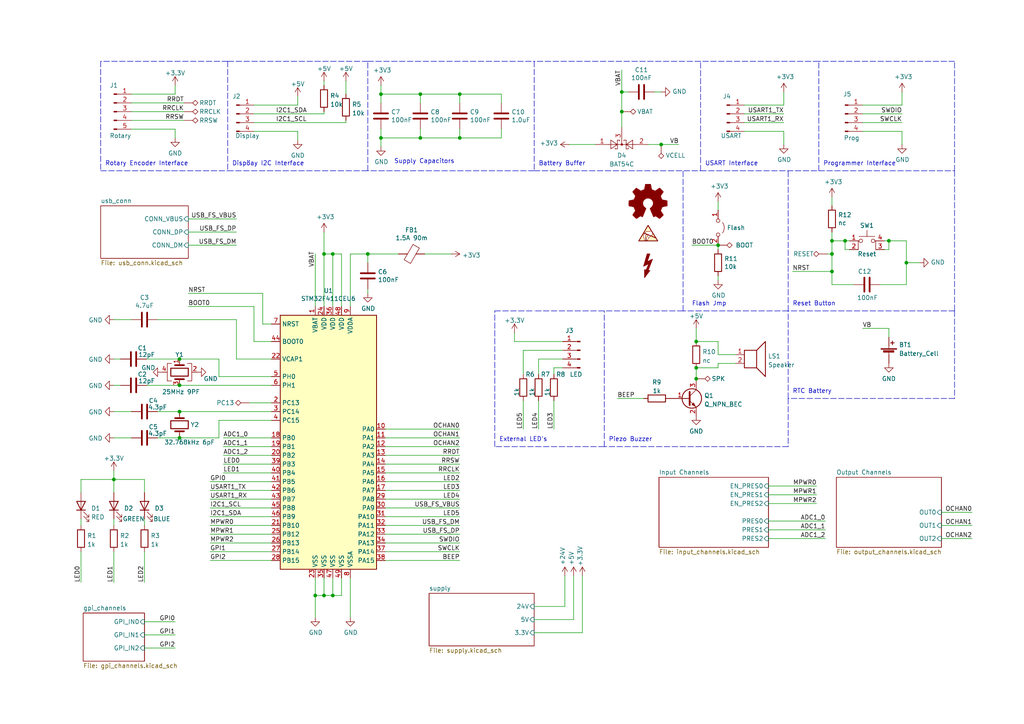
<source format=kicad_sch>
(kicad_sch (version 20211123) (generator eeschema)

  (uuid 949f679f-c6a9-4c5c-99c7-644ace536315)

  (paper "A4")

  (title_block
    (title "FloatPUMP Schematics")
    (date "2022-11-11")
    (rev "1.0")
    (company "robtor.de")
    (comment 1 "Controller board for up to 3 water pumps")
    (comment 2 "measuring capabilities with piezoresistive pressure sensors")
    (comment 3 "sensor input Range 4mA-20mA")
  )

  

  (junction (at 91.44 172.72) (diameter 0) (color 0 0 0 0)
    (uuid 0c1b88cb-a078-4181-b19e-b5625c47d08a)
  )
  (junction (at 96.52 73.66) (diameter 0) (color 0 0 0 0)
    (uuid 1b60fcfc-a270-4122-b967-c7c9c4b63403)
  )
  (junction (at 191.77 41.91) (diameter 0) (color 0 0 0 0)
    (uuid 1c5a68ea-fed7-43b9-a37a-435ca33d5ec4)
  )
  (junction (at 133.35 27.305) (diameter 0) (color 0 0 0 0)
    (uuid 2753d945-ace6-4480-9faf-9137856303ea)
  )
  (junction (at 121.92 40.005) (diameter 0) (color 0 0 0 0)
    (uuid 39d0e9d0-a702-4c04-bc3c-653ef4f0c50e)
  )
  (junction (at 241.3 73.66) (diameter 0) (color 0 0 0 0)
    (uuid 4cd454dd-343a-4999-b869-a7127a4d9978)
  )
  (junction (at 121.92 27.305) (diameter 0) (color 0 0 0 0)
    (uuid 4f94cfba-8412-4c60-a31b-e6d995934dc1)
  )
  (junction (at 96.52 172.72) (diameter 0) (color 0 0 0 0)
    (uuid 5793e5cf-aaeb-41cc-8318-bb2419c1b81f)
  )
  (junction (at 52.07 127) (diameter 0) (color 0 0 0 0)
    (uuid 5a70c532-5383-43bb-b441-21ca36bd2484)
  )
  (junction (at 110.49 40.005) (diameter 0) (color 0 0 0 0)
    (uuid 6f88fca4-4670-437c-9fd1-4ebd76593daa)
  )
  (junction (at 241.3 78.74) (diameter 0) (color 0 0 0 0)
    (uuid 70750f1a-6a6e-4571-87e8-e96d7814c66f)
  )
  (junction (at 201.93 109.855) (diameter 0) (color 0 0 0 0)
    (uuid 9036384e-eee5-4451-b7e7-87842d0d6fca)
  )
  (junction (at 262.89 76.2) (diameter 0) (color 0 0 0 0)
    (uuid 92a2589f-ae05-42af-aab0-9bfaaa2a73f1)
  )
  (junction (at 133.35 40.005) (diameter 0) (color 0 0 0 0)
    (uuid 9569d29f-17d3-40a7-b073-1b7eb9687b43)
  )
  (junction (at 52.07 104.14) (diameter 0) (color 0 0 0 0)
    (uuid 97bd1d07-8f04-442c-80ac-c95cf3f51efe)
  )
  (junction (at 257.81 69.85) (diameter 0) (color 0 0 0 0)
    (uuid 98714d00-b4b5-4379-b4b4-f6e552ad6c97)
  )
  (junction (at 52.07 119.38) (diameter 0) (color 0 0 0 0)
    (uuid a0900619-a580-41eb-9fbb-5149e9a28aef)
  )
  (junction (at 33.02 139.065) (diameter 0) (color 0 0 0 0)
    (uuid a4b63938-0a30-421e-a83e-07ee3a44f405)
  )
  (junction (at 52.07 111.76) (diameter 0) (color 0 0 0 0)
    (uuid a70dc485-cc49-4e1f-b1ec-eb9c56462344)
  )
  (junction (at 245.11 69.85) (diameter 0) (color 0 0 0 0)
    (uuid a783c51a-082f-4856-8a52-660298184bf2)
  )
  (junction (at 180.34 26.67) (diameter 0) (color 0 0 0 0)
    (uuid bf64b8d9-04f8-4bac-906b-3f89e12e5d32)
  )
  (junction (at 201.93 106.68) (diameter 0) (color 0 0 0 0)
    (uuid d85d001d-db06-423e-99e2-d2c9676bf6eb)
  )
  (junction (at 106.68 73.66) (diameter 0) (color 0 0 0 0)
    (uuid dbb72415-af02-4b41-adad-978e86e84f5e)
  )
  (junction (at 208.28 71.12) (diameter 0) (color 0 0 0 0)
    (uuid dc71b394-38ca-4c3c-a2a5-7ef7a670c49b)
  )
  (junction (at 110.49 27.305) (diameter 0) (color 0 0 0 0)
    (uuid dee204e1-3149-4bb4-b821-dbc11df06a18)
  )
  (junction (at 93.98 73.66) (diameter 0) (color 0 0 0 0)
    (uuid ebee7b2d-9f75-4529-9377-97f671d1e3dc)
  )
  (junction (at 201.93 99.06) (diameter 0) (color 0 0 0 0)
    (uuid ec8c2ca1-97d3-4d7c-af64-6cbbbe597d8b)
  )
  (junction (at 93.98 172.72) (diameter 0) (color 0 0 0 0)
    (uuid ed19ccea-cfd8-433f-8938-ca1dd302430c)
  )
  (junction (at 180.34 32.385) (diameter 0) (color 0 0 0 0)
    (uuid f486435c-c972-42e4-8219-35ab13b3a285)
  )
  (junction (at 241.3 69.85) (diameter 0) (color 0 0 0 0)
    (uuid f93f0caf-de38-451e-8ca0-f8175bc6663c)
  )

  (wire (pts (xy 64.77 129.54) (xy 78.74 129.54))
    (stroke (width 0) (type default) (color 0 0 0 0))
    (uuid 011b2a2a-a574-42b5-999f-7ed9d9776a43)
  )
  (polyline (pts (xy 175.26 129.54) (xy 175.26 90.17))
    (stroke (width 0) (type default) (color 0 0 0 0))
    (uuid 01d42531-06ff-458e-91d1-5b96d3f8b385)
  )

  (wire (pts (xy 182.245 26.67) (xy 180.34 26.67))
    (stroke (width 0) (type default) (color 0 0 0 0))
    (uuid 0228648f-fd85-4f7f-9204-53610241d2b9)
  )
  (wire (pts (xy 38.1 119.38) (xy 33.02 119.38))
    (stroke (width 0) (type default) (color 0 0 0 0))
    (uuid 036a7d28-05ab-4651-ba1c-47fa1d863421)
  )
  (wire (pts (xy 73.66 99.06) (xy 73.66 88.9))
    (stroke (width 0) (type default) (color 0 0 0 0))
    (uuid 03a5e9df-cec7-4991-b6d5-c82d388e8d2e)
  )
  (wire (pts (xy 255.27 82.55) (xy 262.89 82.55))
    (stroke (width 0) (type default) (color 0 0 0 0))
    (uuid 062011a8-2b6e-42bc-aa5b-790abf63d348)
  )
  (wire (pts (xy 99.06 73.66) (xy 96.52 73.66))
    (stroke (width 0) (type default) (color 0 0 0 0))
    (uuid 06a42763-2f97-4419-84a6-ef6ea2a60fb4)
  )
  (wire (pts (xy 121.92 27.305) (xy 121.92 29.845))
    (stroke (width 0) (type default) (color 0 0 0 0))
    (uuid 08d4cfaf-b332-40f7-973c-66684e7a54a3)
  )
  (wire (pts (xy 110.49 27.305) (xy 110.49 29.845))
    (stroke (width 0) (type default) (color 0 0 0 0))
    (uuid 0a637dc5-5627-4329-935c-c4f041de6385)
  )
  (wire (pts (xy 93.98 33.02) (xy 93.98 32.385))
    (stroke (width 0) (type default) (color 0 0 0 0))
    (uuid 0bd2a9c0-96d6-44df-80fd-f97264a8b783)
  )
  (wire (pts (xy 52.07 104.14) (xy 42.545 104.14))
    (stroke (width 0) (type default) (color 0 0 0 0))
    (uuid 0c6fff14-bb97-4dc3-9f20-62bec77994c6)
  )
  (wire (pts (xy 78.74 119.38) (xy 52.07 119.38))
    (stroke (width 0) (type default) (color 0 0 0 0))
    (uuid 0e162795-22a7-4501-b03f-b283bb5650d9)
  )
  (wire (pts (xy 201.93 109.855) (xy 201.93 110.49))
    (stroke (width 0) (type default) (color 0 0 0 0))
    (uuid 0f47fb04-026a-4afa-9bfe-15f03def5d6b)
  )
  (wire (pts (xy 149.225 99.06) (xy 163.195 99.06))
    (stroke (width 0) (type default) (color 0 0 0 0))
    (uuid 126099d8-8b2d-4e87-990f-1fb99894d4b1)
  )
  (polyline (pts (xy 106.68 49.53) (xy 106.68 17.78))
    (stroke (width 0) (type default) (color 0 0 0 0))
    (uuid 14d3863a-1c03-4d48-a032-61ae3a0ad5c1)
  )

  (wire (pts (xy 78.74 132.08) (xy 64.77 132.08))
    (stroke (width 0) (type default) (color 0 0 0 0))
    (uuid 152be6bd-f8d6-47e9-9b6b-09485d01579b)
  )
  (wire (pts (xy 93.98 172.72) (xy 91.44 172.72))
    (stroke (width 0) (type default) (color 0 0 0 0))
    (uuid 16e9575c-a847-468f-810e-95497dadeb97)
  )
  (polyline (pts (xy 228.6 115.57) (xy 228.6 129.54))
    (stroke (width 0) (type default) (color 0 0 0 0))
    (uuid 17487b2e-2390-4106-a427-c6c54336dd3f)
  )
  (polyline (pts (xy 228.6 90.17) (xy 198.12 90.17))
    (stroke (width 0) (type default) (color 0 0 0 0))
    (uuid 191311d6-5bf7-47a9-ae1e-6b521cf3ea32)
  )

  (wire (pts (xy 60.96 149.86) (xy 78.74 149.86))
    (stroke (width 0) (type default) (color 0 0 0 0))
    (uuid 196b514b-b3f6-4344-904e-bca015040e93)
  )
  (wire (pts (xy 106.68 83.82) (xy 106.68 85.09))
    (stroke (width 0) (type default) (color 0 0 0 0))
    (uuid 1a8290e9-c445-4b51-b8b0-45fcbf671219)
  )
  (wire (pts (xy 41.91 142.875) (xy 41.91 139.065))
    (stroke (width 0) (type default) (color 0 0 0 0))
    (uuid 1ad7936f-a45d-43a3-8729-3f6ad34b3bbe)
  )
  (wire (pts (xy 208.28 80.01) (xy 208.28 81.28))
    (stroke (width 0) (type default) (color 0 0 0 0))
    (uuid 1b373a0f-a405-4f7c-be0d-0a515d48b205)
  )
  (wire (pts (xy 111.76 127) (xy 133.35 127))
    (stroke (width 0) (type default) (color 0 0 0 0))
    (uuid 1dc46e87-a953-4f20-a4d4-4ecede78d2eb)
  )
  (wire (pts (xy 111.76 157.48) (xy 133.35 157.48))
    (stroke (width 0) (type default) (color 0 0 0 0))
    (uuid 1dd42d41-b809-42ae-b6a5-91ce0f5409f7)
  )
  (wire (pts (xy 100.33 23.495) (xy 100.33 27.305))
    (stroke (width 0) (type default) (color 0 0 0 0))
    (uuid 1e65348d-0394-491b-9696-4c8b7499f309)
  )
  (wire (pts (xy 215.9 35.56) (xy 227.33 35.56))
    (stroke (width 0) (type default) (color 0 0 0 0))
    (uuid 1f4d482a-d80d-48b4-a443-e0ca391c4f86)
  )
  (wire (pts (xy 241.3 69.85) (xy 241.3 73.66))
    (stroke (width 0) (type default) (color 0 0 0 0))
    (uuid 22a0b2d5-d975-4c12-bf03-7470074fed54)
  )
  (wire (pts (xy 96.52 167.64) (xy 96.52 172.72))
    (stroke (width 0) (type default) (color 0 0 0 0))
    (uuid 22f22dbe-16ed-4088-a875-5700f66d16da)
  )
  (wire (pts (xy 241.3 78.74) (xy 229.87 78.74))
    (stroke (width 0) (type default) (color 0 0 0 0))
    (uuid 2400f930-cf6d-41a8-baef-3048725f3a5b)
  )
  (wire (pts (xy 208.28 99.06) (xy 208.28 102.87))
    (stroke (width 0) (type default) (color 0 0 0 0))
    (uuid 268b38a4-5791-4865-b036-a0203f8e626d)
  )
  (wire (pts (xy 163.195 101.6) (xy 151.765 101.6))
    (stroke (width 0) (type default) (color 0 0 0 0))
    (uuid 27394eba-9cc1-4464-8a20-cc6a5fec851e)
  )
  (wire (pts (xy 133.35 40.005) (xy 145.415 40.005))
    (stroke (width 0) (type default) (color 0 0 0 0))
    (uuid 29120252-d73c-4a5c-b87f-011abc045fcf)
  )
  (wire (pts (xy 38.1 27.305) (xy 50.8 27.305))
    (stroke (width 0) (type default) (color 0 0 0 0))
    (uuid 2a745fcb-09cd-409b-a911-81fd22f368af)
  )
  (wire (pts (xy 41.91 187.96) (xy 50.8 187.96))
    (stroke (width 0) (type default) (color 0 0 0 0))
    (uuid 2abcf069-19de-44b8-a6b8-4d5ee2f7d656)
  )
  (wire (pts (xy 256.54 72.39) (xy 257.81 72.39))
    (stroke (width 0) (type default) (color 0 0 0 0))
    (uuid 2d1e4280-a040-4477-a027-a20dfcfdced1)
  )
  (wire (pts (xy 111.76 160.02) (xy 133.35 160.02))
    (stroke (width 0) (type default) (color 0 0 0 0))
    (uuid 2e15e8aa-7905-4170-bb81-958c9c2c74db)
  )
  (wire (pts (xy 52.07 111.76) (xy 42.545 111.76))
    (stroke (width 0) (type default) (color 0 0 0 0))
    (uuid 2e2ea9dc-2e78-48b2-a918-779655a2f4bb)
  )
  (wire (pts (xy 111.76 147.32) (xy 133.35 147.32))
    (stroke (width 0) (type default) (color 0 0 0 0))
    (uuid 2e4f3627-f43e-4331-8ab0-f5d657fd4ada)
  )
  (polyline (pts (xy 66.04 17.78) (xy 29.21 17.78))
    (stroke (width 0) (type default) (color 0 0 0 0))
    (uuid 2e6a35eb-6636-4c39-9b2b-0859e1c94ec8)
  )
  (polyline (pts (xy 66.04 49.53) (xy 106.68 49.53))
    (stroke (width 0) (type default) (color 0 0 0 0))
    (uuid 3010d011-eabc-4cec-b667-b7b1111e3ea0)
  )

  (wire (pts (xy 250.19 33.02) (xy 261.62 33.02))
    (stroke (width 0) (type default) (color 0 0 0 0))
    (uuid 30260a6a-a0b0-4b42-95c3-26be610ecc3e)
  )
  (wire (pts (xy 156.21 116.205) (xy 156.21 124.46))
    (stroke (width 0) (type default) (color 0 0 0 0))
    (uuid 303ae7a7-4a06-4b35-a5ee-99b6d0ccce36)
  )
  (wire (pts (xy 163.83 167.005) (xy 163.83 175.895))
    (stroke (width 0) (type default) (color 0 0 0 0))
    (uuid 30b3bcd0-0533-46bd-8c9c-4e3d480c6687)
  )
  (wire (pts (xy 33.02 111.76) (xy 34.925 111.76))
    (stroke (width 0) (type default) (color 0 0 0 0))
    (uuid 30c2d75b-0aa4-4c8b-abd3-15a8940150c1)
  )
  (wire (pts (xy 23.495 142.875) (xy 23.495 139.065))
    (stroke (width 0) (type default) (color 0 0 0 0))
    (uuid 30c6d872-e47d-4ced-8e4c-2dd7b663d734)
  )
  (wire (pts (xy 133.35 27.305) (xy 121.92 27.305))
    (stroke (width 0) (type default) (color 0 0 0 0))
    (uuid 31ddafb9-61de-4674-b559-9e8bd04c8807)
  )
  (wire (pts (xy 166.37 167.005) (xy 166.37 179.705))
    (stroke (width 0) (type default) (color 0 0 0 0))
    (uuid 32552d8d-ef82-40d3-aa95-d5b169fab07e)
  )
  (wire (pts (xy 201.93 99.06) (xy 208.28 99.06))
    (stroke (width 0) (type default) (color 0 0 0 0))
    (uuid 32a972fc-0c88-44e2-804d-656cd9a1d817)
  )
  (polyline (pts (xy 154.94 49.53) (xy 106.68 49.53))
    (stroke (width 0) (type default) (color 0 0 0 0))
    (uuid 32b4cc52-0f7d-4657-a812-f0ec32bb962f)
  )

  (wire (pts (xy 133.35 37.465) (xy 133.35 40.005))
    (stroke (width 0) (type default) (color 0 0 0 0))
    (uuid 339df927-10f1-44cb-aa5f-82bfd46240c7)
  )
  (wire (pts (xy 78.74 144.78) (xy 60.96 144.78))
    (stroke (width 0) (type default) (color 0 0 0 0))
    (uuid 35e191e7-0681-4caa-ab56-bca67244817b)
  )
  (polyline (pts (xy 143.51 90.17) (xy 154.94 90.17))
    (stroke (width 0) (type default) (color 0 0 0 0))
    (uuid 361b2945-3ddb-479e-87ba-da3a8981f58f)
  )

  (wire (pts (xy 78.74 139.7) (xy 60.96 139.7))
    (stroke (width 0) (type default) (color 0 0 0 0))
    (uuid 375fb2af-999a-47fb-b314-c5ed0dda8fca)
  )
  (wire (pts (xy 123.19 73.66) (xy 130.81 73.66))
    (stroke (width 0) (type default) (color 0 0 0 0))
    (uuid 398e575e-ffcc-47d3-99bb-d2398359704a)
  )
  (wire (pts (xy 160.655 106.68) (xy 160.655 108.585))
    (stroke (width 0) (type default) (color 0 0 0 0))
    (uuid 3a1fc013-e799-4688-ae20-2bbf502da68b)
  )
  (wire (pts (xy 246.38 72.39) (xy 245.11 72.39))
    (stroke (width 0) (type default) (color 0 0 0 0))
    (uuid 3a2c26a3-70bf-4ff7-a25f-6ff112d26092)
  )
  (wire (pts (xy 250.19 30.48) (xy 261.62 30.48))
    (stroke (width 0) (type default) (color 0 0 0 0))
    (uuid 3a77ad2c-5616-4b44-93df-e454912b8b77)
  )
  (wire (pts (xy 111.76 124.46) (xy 133.35 124.46))
    (stroke (width 0) (type default) (color 0 0 0 0))
    (uuid 3bb1b200-9bd3-4ca2-a3fe-ceac65ba2f22)
  )
  (wire (pts (xy 151.765 116.205) (xy 151.765 124.46))
    (stroke (width 0) (type default) (color 0 0 0 0))
    (uuid 3c68ad2c-9010-4ef7-bedd-f009382cb08f)
  )
  (wire (pts (xy 257.81 69.85) (xy 262.89 69.85))
    (stroke (width 0) (type default) (color 0 0 0 0))
    (uuid 3e13f1dc-d2b3-4f0a-8b6b-f58d1a30c831)
  )
  (wire (pts (xy 250.19 95.25) (xy 257.81 95.25))
    (stroke (width 0) (type default) (color 0 0 0 0))
    (uuid 3eff4e29-2225-4c7e-8279-6d6efa2d67e4)
  )
  (wire (pts (xy 247.65 82.55) (xy 241.3 82.55))
    (stroke (width 0) (type default) (color 0 0 0 0))
    (uuid 3f407738-52f9-487e-96ff-574567b43890)
  )
  (wire (pts (xy 45.72 92.71) (xy 68.58 92.71))
    (stroke (width 0) (type default) (color 0 0 0 0))
    (uuid 400b7b23-e399-48ba-af02-3f8bdfca3c55)
  )
  (wire (pts (xy 111.76 129.54) (xy 133.35 129.54))
    (stroke (width 0) (type default) (color 0 0 0 0))
    (uuid 4015be1a-c6e1-42db-af6f-c161f489ea1f)
  )
  (wire (pts (xy 33.02 160.02) (xy 33.02 168.91))
    (stroke (width 0) (type default) (color 0 0 0 0))
    (uuid 4118162d-0e05-4908-9a1f-c7016575bccb)
  )
  (polyline (pts (xy 29.21 17.78) (xy 29.21 49.53))
    (stroke (width 0) (type default) (color 0 0 0 0))
    (uuid 41b6e1ba-5c99-4fd7-9c65-c4fb07c70188)
  )

  (wire (pts (xy 191.77 41.91) (xy 196.85 41.91))
    (stroke (width 0) (type default) (color 0 0 0 0))
    (uuid 424267dd-6303-4018-aae0-34d62814fcba)
  )
  (wire (pts (xy 99.06 167.64) (xy 99.06 172.72))
    (stroke (width 0) (type default) (color 0 0 0 0))
    (uuid 424d7750-ddcd-4f41-93ea-a6761834f91c)
  )
  (wire (pts (xy 222.885 140.97) (xy 236.855 140.97))
    (stroke (width 0) (type default) (color 0 0 0 0))
    (uuid 438c390e-2817-4262-9bb8-264a62f66854)
  )
  (wire (pts (xy 111.76 137.16) (xy 133.35 137.16))
    (stroke (width 0) (type default) (color 0 0 0 0))
    (uuid 4390a55c-a8f9-4caf-a838-233bb3ce27aa)
  )
  (wire (pts (xy 241.3 73.66) (xy 241.3 78.74))
    (stroke (width 0) (type default) (color 0 0 0 0))
    (uuid 43951137-b2ae-4c0a-b786-c0130baa43cf)
  )
  (wire (pts (xy 68.58 104.14) (xy 78.74 104.14))
    (stroke (width 0) (type default) (color 0 0 0 0))
    (uuid 43c49596-4b82-4ee2-b1be-2aafb6486920)
  )
  (wire (pts (xy 96.52 88.9) (xy 96.52 73.66))
    (stroke (width 0) (type default) (color 0 0 0 0))
    (uuid 4444fd17-a409-4254-92e6-9a69f5880d89)
  )
  (wire (pts (xy 180.34 26.67) (xy 180.34 20.32))
    (stroke (width 0) (type default) (color 0 0 0 0))
    (uuid 44ca684d-985e-45fb-a22b-01e29383cba4)
  )
  (wire (pts (xy 273.05 152.4) (xy 281.94 152.4))
    (stroke (width 0) (type default) (color 0 0 0 0))
    (uuid 44f02c76-ffc0-47e0-9779-2d79a58ff9cf)
  )
  (wire (pts (xy 208.28 58.42) (xy 208.28 60.96))
    (stroke (width 0) (type default) (color 0 0 0 0))
    (uuid 45f77cbe-76c9-4770-945d-6ce9f436791e)
  )
  (polyline (pts (xy 276.86 49.53) (xy 276.86 17.78))
    (stroke (width 0) (type default) (color 0 0 0 0))
    (uuid 4738ad5c-de7a-450c-a864-83a693566efb)
  )
  (polyline (pts (xy 154.94 49.53) (xy 203.2 49.53))
    (stroke (width 0) (type default) (color 0 0 0 0))
    (uuid 4cf2a8ea-f147-45e1-b905-8e01e3488a54)
  )

  (wire (pts (xy 52.07 119.38) (xy 45.72 119.38))
    (stroke (width 0) (type default) (color 0 0 0 0))
    (uuid 4d42688d-59c9-41ed-af68-2d906566e68c)
  )
  (wire (pts (xy 23.495 160.02) (xy 23.495 168.91))
    (stroke (width 0) (type default) (color 0 0 0 0))
    (uuid 4d4de7d2-6a8b-425f-a4ad-2111507b5618)
  )
  (wire (pts (xy 208.28 71.12) (xy 200.66 71.12))
    (stroke (width 0) (type default) (color 0 0 0 0))
    (uuid 4d79ec2b-2fc9-4ba1-b93a-d630912470a0)
  )
  (wire (pts (xy 34.925 104.14) (xy 33.02 104.14))
    (stroke (width 0) (type default) (color 0 0 0 0))
    (uuid 4e0ac502-331a-4340-82b9-dd8d8cee49d0)
  )
  (wire (pts (xy 227.33 38.1) (xy 227.33 41.91))
    (stroke (width 0) (type default) (color 0 0 0 0))
    (uuid 4fddd78f-1b0d-4365-b740-2df7595c3522)
  )
  (wire (pts (xy 156.21 104.14) (xy 156.21 108.585))
    (stroke (width 0) (type default) (color 0 0 0 0))
    (uuid 505d5465-5d3c-4c20-a903-bb9f0614c27d)
  )
  (wire (pts (xy 111.76 142.24) (xy 133.35 142.24))
    (stroke (width 0) (type default) (color 0 0 0 0))
    (uuid 507dbcec-13ef-491c-9e13-750ae5d08786)
  )
  (polyline (pts (xy 175.26 129.54) (xy 143.51 129.54))
    (stroke (width 0) (type default) (color 0 0 0 0))
    (uuid 51bbc616-36a1-464c-9200-0d0c8edfe960)
  )

  (wire (pts (xy 64.77 137.16) (xy 78.74 137.16))
    (stroke (width 0) (type default) (color 0 0 0 0))
    (uuid 51d162f7-2e8a-4bc7-88c1-e6c065d4b161)
  )
  (polyline (pts (xy 106.68 17.78) (xy 154.94 17.78))
    (stroke (width 0) (type default) (color 0 0 0 0))
    (uuid 55438888-edf4-4cf0-83da-f060d3938df2)
  )

  (wire (pts (xy 262.89 69.85) (xy 262.89 76.2))
    (stroke (width 0) (type default) (color 0 0 0 0))
    (uuid 55587dc1-052d-440c-a761-29091bbb6f2b)
  )
  (wire (pts (xy 163.195 106.68) (xy 160.655 106.68))
    (stroke (width 0) (type default) (color 0 0 0 0))
    (uuid 56073852-e094-44c0-abb8-63498ed962c1)
  )
  (wire (pts (xy 222.885 151.13) (xy 239.395 151.13))
    (stroke (width 0) (type default) (color 0 0 0 0))
    (uuid 5651f317-a2b7-4f02-bafd-3ed49b106af9)
  )
  (wire (pts (xy 111.76 134.62) (xy 133.35 134.62))
    (stroke (width 0) (type default) (color 0 0 0 0))
    (uuid 5675cbe2-6193-4193-a086-51fe846aeda2)
  )
  (wire (pts (xy 145.415 37.465) (xy 145.415 40.005))
    (stroke (width 0) (type default) (color 0 0 0 0))
    (uuid 57dab67d-73b5-4fcb-901b-a69051e35364)
  )
  (wire (pts (xy 76.2 93.98) (xy 76.2 85.09))
    (stroke (width 0) (type default) (color 0 0 0 0))
    (uuid 57fd891c-135f-4c54-af0d-9ea73edf736e)
  )
  (wire (pts (xy 227.33 30.48) (xy 227.33 26.67))
    (stroke (width 0) (type default) (color 0 0 0 0))
    (uuid 58170f19-2867-4e92-aef8-b013ab60ff8b)
  )
  (wire (pts (xy 241.3 57.15) (xy 241.3 59.69))
    (stroke (width 0) (type default) (color 0 0 0 0))
    (uuid 58a18d69-fc34-46c3-b57c-2e4d5b6313a2)
  )
  (wire (pts (xy 151.765 101.6) (xy 151.765 108.585))
    (stroke (width 0) (type default) (color 0 0 0 0))
    (uuid 5ab5fc39-d119-4939-b187-6241bdd9350c)
  )
  (polyline (pts (xy 106.68 17.78) (xy 66.04 17.78))
    (stroke (width 0) (type default) (color 0 0 0 0))
    (uuid 5be033f5-9678-4b75-be3b-55853d81c4f8)
  )

  (wire (pts (xy 121.92 27.305) (xy 110.49 27.305))
    (stroke (width 0) (type default) (color 0 0 0 0))
    (uuid 5c2af2de-18cd-439f-b9b8-856093f4e3ac)
  )
  (wire (pts (xy 154.94 183.515) (xy 168.91 183.515))
    (stroke (width 0) (type default) (color 0 0 0 0))
    (uuid 5cb667df-c15a-49bc-9600-d61cf174120a)
  )
  (wire (pts (xy 241.3 78.74) (xy 241.3 82.55))
    (stroke (width 0) (type default) (color 0 0 0 0))
    (uuid 5d9a5990-dcf8-486e-bfb6-30d6c0b34192)
  )
  (wire (pts (xy 63.5 104.14) (xy 52.07 104.14))
    (stroke (width 0) (type default) (color 0 0 0 0))
    (uuid 5e1d9c1f-58d3-41cd-9eb4-fb2ae3a4b10c)
  )
  (wire (pts (xy 215.9 30.48) (xy 227.33 30.48))
    (stroke (width 0) (type default) (color 0 0 0 0))
    (uuid 5e2838cc-acd7-4c51-bc18-f5f97bf524d9)
  )
  (polyline (pts (xy 29.21 49.53) (xy 66.04 49.53))
    (stroke (width 0) (type default) (color 0 0 0 0))
    (uuid 5fe5e54d-1eb6-4f0a-a978-61e0039cfbf1)
  )

  (wire (pts (xy 63.5 109.22) (xy 63.5 104.14))
    (stroke (width 0) (type default) (color 0 0 0 0))
    (uuid 613967c9-6a2a-45ae-bf78-98e4612f5d55)
  )
  (wire (pts (xy 240.03 73.66) (xy 241.3 73.66))
    (stroke (width 0) (type default) (color 0 0 0 0))
    (uuid 6142ef34-97be-4c90-9ca7-e387753b518a)
  )
  (wire (pts (xy 101.6 88.9) (xy 101.6 73.66))
    (stroke (width 0) (type default) (color 0 0 0 0))
    (uuid 618c3501-0e3a-49e5-8b16-1ffee4adee40)
  )
  (wire (pts (xy 222.885 156.21) (xy 239.395 156.21))
    (stroke (width 0) (type default) (color 0 0 0 0))
    (uuid 62b8cb17-877a-45b0-821a-c147661d06ec)
  )
  (wire (pts (xy 241.3 69.85) (xy 245.11 69.85))
    (stroke (width 0) (type default) (color 0 0 0 0))
    (uuid 62d616c4-a645-4785-83f4-e7b9176541bd)
  )
  (wire (pts (xy 262.89 76.2) (xy 266.7 76.2))
    (stroke (width 0) (type default) (color 0 0 0 0))
    (uuid 63c78302-c24d-424c-9283-52ae93200987)
  )
  (wire (pts (xy 63.5 121.92) (xy 63.5 127))
    (stroke (width 0) (type default) (color 0 0 0 0))
    (uuid 65a211f6-d005-41c5-aeb4-31d7e06acfc2)
  )
  (wire (pts (xy 64.77 134.62) (xy 78.74 134.62))
    (stroke (width 0) (type default) (color 0 0 0 0))
    (uuid 68877676-f185-4ce5-994a-3e7cd8c4b619)
  )
  (wire (pts (xy 111.76 152.4) (xy 133.35 152.4))
    (stroke (width 0) (type default) (color 0 0 0 0))
    (uuid 69502565-c8b7-43eb-99e0-3580594b1098)
  )
  (wire (pts (xy 201.93 106.68) (xy 201.93 109.855))
    (stroke (width 0) (type default) (color 0 0 0 0))
    (uuid 69ab2ff6-8d0a-4e41-8e1a-1caf0870f3b7)
  )
  (wire (pts (xy 201.93 95.25) (xy 201.93 99.06))
    (stroke (width 0) (type default) (color 0 0 0 0))
    (uuid 6c7d8008-17da-4be5-b57e-dfb877a7ef32)
  )
  (wire (pts (xy 121.92 37.465) (xy 121.92 40.005))
    (stroke (width 0) (type default) (color 0 0 0 0))
    (uuid 6ce9cb44-7b50-4bf3-98c7-6ca59e7305b2)
  )
  (wire (pts (xy 145.415 29.845) (xy 145.415 27.305))
    (stroke (width 0) (type default) (color 0 0 0 0))
    (uuid 6dd36aa5-6a60-4752-8a21-1772effb9f07)
  )
  (polyline (pts (xy 276.86 17.78) (xy 237.49 17.78))
    (stroke (width 0) (type default) (color 0 0 0 0))
    (uuid 6fd2b7a8-9e41-4aa1-88b4-f9ee307d1b4b)
  )

  (wire (pts (xy 78.74 111.76) (xy 52.07 111.76))
    (stroke (width 0) (type default) (color 0 0 0 0))
    (uuid 715db6a8-aaa0-46b4-addd-972ee71b75dc)
  )
  (wire (pts (xy 110.49 37.465) (xy 110.49 40.005))
    (stroke (width 0) (type default) (color 0 0 0 0))
    (uuid 71b00c47-caef-48f6-91be-7f1855a1e2c0)
  )
  (wire (pts (xy 111.76 132.08) (xy 133.35 132.08))
    (stroke (width 0) (type default) (color 0 0 0 0))
    (uuid 72cc00e4-7e53-46d8-858f-e435f5b37f05)
  )
  (wire (pts (xy 201.93 106.68) (xy 208.28 106.68))
    (stroke (width 0) (type default) (color 0 0 0 0))
    (uuid 743fef08-4881-4afb-adde-ee5bd2198117)
  )
  (wire (pts (xy 241.3 67.31) (xy 241.3 69.85))
    (stroke (width 0) (type default) (color 0 0 0 0))
    (uuid 748c549b-7c57-462b-9f39-c28eb0045225)
  )
  (wire (pts (xy 215.9 38.1) (xy 227.33 38.1))
    (stroke (width 0) (type default) (color 0 0 0 0))
    (uuid 74d4a3c7-cc41-4e0e-b616-9fc3c358b2ae)
  )
  (wire (pts (xy 121.92 40.005) (xy 110.49 40.005))
    (stroke (width 0) (type default) (color 0 0 0 0))
    (uuid 752a7bdc-59a7-4a9e-ae9b-a35465dc8e0c)
  )
  (wire (pts (xy 93.98 88.9) (xy 93.98 73.66))
    (stroke (width 0) (type default) (color 0 0 0 0))
    (uuid 75594c3c-e55b-4454-809c-0a72aa43af83)
  )
  (wire (pts (xy 222.885 153.67) (xy 239.395 153.67))
    (stroke (width 0) (type default) (color 0 0 0 0))
    (uuid 769aead0-25d0-4594-84cb-d6b74ceb8cd8)
  )
  (wire (pts (xy 23.495 139.065) (xy 33.02 139.065))
    (stroke (width 0) (type default) (color 0 0 0 0))
    (uuid 78ce4bcf-16dc-4d77-99b5-ce1b3e6d1d63)
  )
  (wire (pts (xy 261.62 30.48) (xy 261.62 26.67))
    (stroke (width 0) (type default) (color 0 0 0 0))
    (uuid 78f1b9a8-ca0e-4e8c-91b8-a46bcfebec64)
  )
  (wire (pts (xy 73.66 88.9) (xy 54.61 88.9))
    (stroke (width 0) (type default) (color 0 0 0 0))
    (uuid 7c20a18a-318c-4e79-afcf-a3e87eb69a53)
  )
  (wire (pts (xy 99.06 172.72) (xy 96.52 172.72))
    (stroke (width 0) (type default) (color 0 0 0 0))
    (uuid 7ee436ac-423d-4d29-90ad-39fdc300fae0)
  )
  (wire (pts (xy 68.58 92.71) (xy 68.58 104.14))
    (stroke (width 0) (type default) (color 0 0 0 0))
    (uuid 837370a5-1290-49d7-96e4-d4c2412ac873)
  )
  (wire (pts (xy 96.52 172.72) (xy 93.98 172.72))
    (stroke (width 0) (type default) (color 0 0 0 0))
    (uuid 84a2320f-8ad9-4501-8628-7ca6e418f956)
  )
  (wire (pts (xy 179.07 115.57) (xy 186.69 115.57))
    (stroke (width 0) (type default) (color 0 0 0 0))
    (uuid 87cf9f49-2322-4621-91eb-11035c4cedf8)
  )
  (wire (pts (xy 72.39 116.84) (xy 78.74 116.84))
    (stroke (width 0) (type default) (color 0 0 0 0))
    (uuid 88123869-4c37-45f5-b8c1-72149ea8f4ba)
  )
  (wire (pts (xy 133.35 40.005) (xy 121.92 40.005))
    (stroke (width 0) (type default) (color 0 0 0 0))
    (uuid 88c7d4ef-4a81-4ff0-8236-354227632382)
  )
  (wire (pts (xy 160.655 116.205) (xy 160.655 124.46))
    (stroke (width 0) (type default) (color 0 0 0 0))
    (uuid 8afd873f-9a06-4b39-ab04-49f0059f061b)
  )
  (wire (pts (xy 41.91 184.15) (xy 50.8 184.15))
    (stroke (width 0) (type default) (color 0 0 0 0))
    (uuid 8b4e071f-9509-4780-a465-03d34bc67608)
  )
  (wire (pts (xy 78.74 109.22) (xy 63.5 109.22))
    (stroke (width 0) (type default) (color 0 0 0 0))
    (uuid 8b558919-c46d-47f8-bf42-0c0ee86f63f0)
  )
  (wire (pts (xy 111.76 139.7) (xy 133.35 139.7))
    (stroke (width 0) (type default) (color 0 0 0 0))
    (uuid 8bf90929-6d2d-4a79-b1a1-138fa542533a)
  )
  (polyline (pts (xy 154.94 17.78) (xy 154.94 49.53))
    (stroke (width 0) (type default) (color 0 0 0 0))
    (uuid 8d77d4ce-5809-4e16-9db8-9d8672ed5276)
  )

  (wire (pts (xy 73.66 38.1) (xy 86.36 38.1))
    (stroke (width 0) (type default) (color 0 0 0 0))
    (uuid 8d858d92-08ba-438f-a480-02393eb30c20)
  )
  (wire (pts (xy 245.11 72.39) (xy 245.11 69.85))
    (stroke (width 0) (type default) (color 0 0 0 0))
    (uuid 8e9c4a43-8462-408b-bdf7-8c2daf48a9a0)
  )
  (polyline (pts (xy 237.49 17.78) (xy 203.2 17.78))
    (stroke (width 0) (type default) (color 0 0 0 0))
    (uuid 8f2ebcdd-5322-432c-8de8-6f6fa3726577)
  )

  (wire (pts (xy 86.36 38.1) (xy 86.36 40.64))
    (stroke (width 0) (type default) (color 0 0 0 0))
    (uuid 8f733a2c-4b86-4934-a2e4-283803e72b72)
  )
  (wire (pts (xy 91.44 172.72) (xy 91.44 167.64))
    (stroke (width 0) (type default) (color 0 0 0 0))
    (uuid 911ef457-a362-4278-aeb0-e20b4bb95f57)
  )
  (wire (pts (xy 154.94 179.705) (xy 166.37 179.705))
    (stroke (width 0) (type default) (color 0 0 0 0))
    (uuid 913d6165-3eac-4e31-bdf3-24543d6b7c16)
  )
  (wire (pts (xy 76.2 85.09) (xy 54.61 85.09))
    (stroke (width 0) (type default) (color 0 0 0 0))
    (uuid 91e5eec5-ba86-4de8-8306-b82359e84f0b)
  )
  (wire (pts (xy 111.76 149.86) (xy 133.35 149.86))
    (stroke (width 0) (type default) (color 0 0 0 0))
    (uuid 93be490e-4a1a-433c-b296-e5201b30adb1)
  )
  (polyline (pts (xy 237.49 49.53) (xy 237.49 17.78))
    (stroke (width 0) (type default) (color 0 0 0 0))
    (uuid 95462dda-11ce-48d0-b7d6-002ca6ca715a)
  )

  (wire (pts (xy 78.74 154.94) (xy 60.96 154.94))
    (stroke (width 0) (type default) (color 0 0 0 0))
    (uuid 95c0b30a-014d-4809-9e39-76cfd21137e8)
  )
  (wire (pts (xy 38.1 32.385) (xy 53.34 32.385))
    (stroke (width 0) (type default) (color 0 0 0 0))
    (uuid 95d61b58-2fd5-43ab-bfd4-cc233f0800db)
  )
  (wire (pts (xy 273.05 156.21) (xy 281.94 156.21))
    (stroke (width 0) (type default) (color 0 0 0 0))
    (uuid 95fa23fd-11b6-43e1-a7ba-9d9bca32c40b)
  )
  (wire (pts (xy 38.1 92.71) (xy 33.02 92.71))
    (stroke (width 0) (type default) (color 0 0 0 0))
    (uuid 964c3381-2dfe-4f42-9493-7645015217dd)
  )
  (wire (pts (xy 33.02 127) (xy 38.1 127))
    (stroke (width 0) (type default) (color 0 0 0 0))
    (uuid 98d42198-ed3b-4bf0-8e91-cbf5646f19a6)
  )
  (wire (pts (xy 93.98 73.66) (xy 93.98 67.31))
    (stroke (width 0) (type default) (color 0 0 0 0))
    (uuid 990602b7-cde7-45dc-92b8-b9c7bf4dd7ac)
  )
  (wire (pts (xy 93.98 167.64) (xy 93.98 172.72))
    (stroke (width 0) (type default) (color 0 0 0 0))
    (uuid 99979f31-c85d-4c90-81ff-676e69fef161)
  )
  (wire (pts (xy 86.36 27.94) (xy 86.36 30.48))
    (stroke (width 0) (type default) (color 0 0 0 0))
    (uuid 9a8e5ffa-9aed-471c-a8e6-a636cf083f34)
  )
  (wire (pts (xy 106.68 76.2) (xy 106.68 73.66))
    (stroke (width 0) (type default) (color 0 0 0 0))
    (uuid 9b08aa48-fde9-4f0c-abdd-7ab3f00ef3e0)
  )
  (wire (pts (xy 149.225 96.52) (xy 149.225 99.06))
    (stroke (width 0) (type default) (color 0 0 0 0))
    (uuid 9b20bafc-d645-4d67-9a2c-e2d16646bed8)
  )
  (wire (pts (xy 78.74 162.56) (xy 60.96 162.56))
    (stroke (width 0) (type default) (color 0 0 0 0))
    (uuid 9b37b30a-3649-4363-8875-f3fb5ec17e65)
  )
  (wire (pts (xy 215.9 33.02) (xy 227.33 33.02))
    (stroke (width 0) (type default) (color 0 0 0 0))
    (uuid 9c1e6565-7a7a-4067-bbd0-872c0268b742)
  )
  (wire (pts (xy 163.195 104.14) (xy 156.21 104.14))
    (stroke (width 0) (type default) (color 0 0 0 0))
    (uuid 9cc9d3c8-ba88-40da-9425-3b87aa46e513)
  )
  (wire (pts (xy 133.35 29.845) (xy 133.35 27.305))
    (stroke (width 0) (type default) (color 0 0 0 0))
    (uuid 9d5e6a18-8b3a-47d4-b855-1b2ca215c734)
  )
  (polyline (pts (xy 198.12 90.17) (xy 198.12 49.53))
    (stroke (width 0) (type default) (color 0 0 0 0))
    (uuid 9ecc751b-0606-4a8f-9372-63a5cb28ad4e)
  )

  (wire (pts (xy 262.89 76.2) (xy 262.89 82.55))
    (stroke (width 0) (type default) (color 0 0 0 0))
    (uuid a05ced30-092c-475f-857c-28f2ada8a95d)
  )
  (polyline (pts (xy 276.86 49.53) (xy 276.86 90.17))
    (stroke (width 0) (type default) (color 0 0 0 0))
    (uuid a0735468-fe8c-4d1d-8469-a88cd0829ac1)
  )

  (wire (pts (xy 54.61 71.12) (xy 68.58 71.12))
    (stroke (width 0) (type default) (color 0 0 0 0))
    (uuid a2a8943b-bcd6-4326-88ce-86d550232544)
  )
  (wire (pts (xy 257.81 72.39) (xy 257.81 69.85))
    (stroke (width 0) (type default) (color 0 0 0 0))
    (uuid a39ab296-84d3-4532-bfd3-0d85d70b622d)
  )
  (wire (pts (xy 180.34 32.385) (xy 180.34 36.83))
    (stroke (width 0) (type default) (color 0 0 0 0))
    (uuid a6b1970e-7fb2-4104-ae0a-e27cd049864d)
  )
  (wire (pts (xy 78.74 93.98) (xy 76.2 93.98))
    (stroke (width 0) (type default) (color 0 0 0 0))
    (uuid a89c8429-59bb-42fc-bc75-babaaeef03d9)
  )
  (wire (pts (xy 257.81 97.79) (xy 257.81 95.25))
    (stroke (width 0) (type default) (color 0 0 0 0))
    (uuid a9a9a4b6-8a0f-441d-b901-b6be940df615)
  )
  (wire (pts (xy 73.66 30.48) (xy 86.36 30.48))
    (stroke (width 0) (type default) (color 0 0 0 0))
    (uuid aa3fb47d-c127-41e0-acc4-dce6b0c86d5f)
  )
  (wire (pts (xy 63.5 127) (xy 52.07 127))
    (stroke (width 0) (type default) (color 0 0 0 0))
    (uuid ab6d145b-8b2c-4b78-9fa4-d11fb96ed0e4)
  )
  (wire (pts (xy 50.8 37.465) (xy 50.8 40.005))
    (stroke (width 0) (type default) (color 0 0 0 0))
    (uuid adbff9ca-1914-4369-8ccd-4dec08f28a8e)
  )
  (polyline (pts (xy 228.6 90.17) (xy 228.6 49.53))
    (stroke (width 0) (type default) (color 0 0 0 0))
    (uuid add543ca-adad-4f14-9c6f-90093a2e4561)
  )

  (wire (pts (xy 100.33 35.56) (xy 100.33 34.925))
    (stroke (width 0) (type default) (color 0 0 0 0))
    (uuid ae573e88-cf0e-42aa-83ce-8bd94150ded4)
  )
  (wire (pts (xy 256.54 69.85) (xy 257.81 69.85))
    (stroke (width 0) (type default) (color 0 0 0 0))
    (uuid af6725f5-c846-41f8-b609-4d0d39f7a149)
  )
  (polyline (pts (xy 228.6 115.57) (xy 228.6 90.17))
    (stroke (width 0) (type default) (color 0 0 0 0))
    (uuid b0dad422-ee01-40cf-9bf3-b9abe86989a0)
  )

  (wire (pts (xy 250.19 35.56) (xy 261.62 35.56))
    (stroke (width 0) (type default) (color 0 0 0 0))
    (uuid b12b8d6d-075d-4ebe-8821-613f22e76050)
  )
  (wire (pts (xy 60.96 160.02) (xy 78.74 160.02))
    (stroke (width 0) (type default) (color 0 0 0 0))
    (uuid b27f8d6a-5c79-4388-b709-4ee534ab4242)
  )
  (polyline (pts (xy 198.12 90.17) (xy 154.94 90.17))
    (stroke (width 0) (type default) (color 0 0 0 0))
    (uuid b401eecd-f8bd-4e64-8d28-37b75cfe8ca1)
  )
  (polyline (pts (xy 276.86 90.17) (xy 228.6 90.17))
    (stroke (width 0) (type default) (color 0 0 0 0))
    (uuid b6056db1-1452-4b70-b01d-a7ba36c5259e)
  )

  (wire (pts (xy 111.76 154.94) (xy 133.35 154.94))
    (stroke (width 0) (type default) (color 0 0 0 0))
    (uuid b7bf21d8-635b-4ba8-931a-f395d90500b3)
  )
  (polyline (pts (xy 66.04 17.78) (xy 66.04 49.53))
    (stroke (width 0) (type default) (color 0 0 0 0))
    (uuid b8414c94-63de-4156-a96e-3fc44e986736)
  )
  (polyline (pts (xy 228.6 129.54) (xy 175.26 129.54))
    (stroke (width 0) (type default) (color 0 0 0 0))
    (uuid b94aeef8-cd3f-4340-9ae1-82d3bb739012)
  )

  (wire (pts (xy 91.44 88.9) (xy 91.44 73.66))
    (stroke (width 0) (type default) (color 0 0 0 0))
    (uuid bb1bb570-2a1a-4394-a465-3e3f93b04bc3)
  )
  (wire (pts (xy 96.52 73.66) (xy 93.98 73.66))
    (stroke (width 0) (type default) (color 0 0 0 0))
    (uuid bc1861f3-bc7f-47c2-9f68-a672fe4e27e5)
  )
  (wire (pts (xy 41.91 150.495) (xy 41.91 152.4))
    (stroke (width 0) (type default) (color 0 0 0 0))
    (uuid bc1cd474-ad2d-4d09-84b6-2427b03dddd2)
  )
  (wire (pts (xy 250.19 38.1) (xy 261.62 38.1))
    (stroke (width 0) (type default) (color 0 0 0 0))
    (uuid bc47ce52-222c-47cd-ad64-1775f2c90d97)
  )
  (wire (pts (xy 110.49 27.305) (xy 110.49 24.765))
    (stroke (width 0) (type default) (color 0 0 0 0))
    (uuid bc776d57-ec50-4332-bcea-30cfae22cb9c)
  )
  (wire (pts (xy 99.06 88.9) (xy 99.06 73.66))
    (stroke (width 0) (type default) (color 0 0 0 0))
    (uuid bcb24732-4854-4f1c-8c63-7ed38b9499fe)
  )
  (wire (pts (xy 208.28 72.39) (xy 208.28 71.12))
    (stroke (width 0) (type default) (color 0 0 0 0))
    (uuid bf9c2abc-32bf-4026-9f6c-082d75f3024c)
  )
  (wire (pts (xy 154.94 175.895) (xy 163.83 175.895))
    (stroke (width 0) (type default) (color 0 0 0 0))
    (uuid bfa97bf5-7863-4ed9-8920-8cc9e7ac15e8)
  )
  (wire (pts (xy 110.49 40.005) (xy 110.49 42.545))
    (stroke (width 0) (type default) (color 0 0 0 0))
    (uuid c138df99-414c-43c1-acb2-f07d1bf70c11)
  )
  (polyline (pts (xy 203.2 49.53) (xy 237.49 49.53))
    (stroke (width 0) (type default) (color 0 0 0 0))
    (uuid c6af4135-16c4-4238-ad8c-249231c54888)
  )

  (wire (pts (xy 111.76 162.56) (xy 133.35 162.56))
    (stroke (width 0) (type default) (color 0 0 0 0))
    (uuid c711a49a-c2e7-4fe7-a5e9-375f5e64d2bc)
  )
  (wire (pts (xy 38.1 37.465) (xy 50.8 37.465))
    (stroke (width 0) (type default) (color 0 0 0 0))
    (uuid c80e5648-60ca-4a95-816c-f49b2f0a5777)
  )
  (wire (pts (xy 93.98 23.495) (xy 93.98 24.765))
    (stroke (width 0) (type default) (color 0 0 0 0))
    (uuid c84aefb8-9f08-4261-8cba-cacf291e197d)
  )
  (wire (pts (xy 261.62 38.1) (xy 261.62 41.91))
    (stroke (width 0) (type default) (color 0 0 0 0))
    (uuid cb14be23-ab98-48c6-9abc-b932f63964a4)
  )
  (wire (pts (xy 60.96 142.24) (xy 78.74 142.24))
    (stroke (width 0) (type default) (color 0 0 0 0))
    (uuid cb7bc55a-2323-48ce-92b6-125d73a762b3)
  )
  (wire (pts (xy 245.11 69.85) (xy 246.38 69.85))
    (stroke (width 0) (type default) (color 0 0 0 0))
    (uuid cc93f1d6-860e-443d-aa02-aa2032dcb0dc)
  )
  (wire (pts (xy 91.44 172.72) (xy 91.44 179.07))
    (stroke (width 0) (type default) (color 0 0 0 0))
    (uuid ccc4c377-89ee-44c7-a202-6503eff25fe6)
  )
  (wire (pts (xy 78.74 121.92) (xy 63.5 121.92))
    (stroke (width 0) (type default) (color 0 0 0 0))
    (uuid ce45bb24-479d-4683-aa67-755497195e70)
  )
  (wire (pts (xy 78.74 99.06) (xy 73.66 99.06))
    (stroke (width 0) (type default) (color 0 0 0 0))
    (uuid ce5a1aac-236e-4abf-b1fe-601a38c49f71)
  )
  (wire (pts (xy 222.885 143.51) (xy 236.855 143.51))
    (stroke (width 0) (type default) (color 0 0 0 0))
    (uuid cea0e747-bc0d-4ecc-afdd-051936aac5b3)
  )
  (wire (pts (xy 78.74 127) (xy 64.77 127))
    (stroke (width 0) (type default) (color 0 0 0 0))
    (uuid d0ce3aee-e805-4c59-8762-90f34d751749)
  )
  (wire (pts (xy 33.02 139.065) (xy 33.02 142.875))
    (stroke (width 0) (type default) (color 0 0 0 0))
    (uuid d173243c-9836-4450-b9b9-8164a87447dc)
  )
  (polyline (pts (xy 203.2 17.78) (xy 154.94 17.78))
    (stroke (width 0) (type default) (color 0 0 0 0))
    (uuid d2df2db7-6b1d-41f5-82f6-b44efdb2263a)
  )
  (polyline (pts (xy 276.86 90.17) (xy 276.86 115.57))
    (stroke (width 0) (type default) (color 0 0 0 0))
    (uuid d3ccf262-928e-4d3c-b7fb-10f0fd24e90c)
  )

  (wire (pts (xy 187.96 41.91) (xy 191.77 41.91))
    (stroke (width 0) (type default) (color 0 0 0 0))
    (uuid d59d8e3b-ab91-4e44-a48e-fcab5114ba4b)
  )
  (wire (pts (xy 191.77 26.67) (xy 189.865 26.67))
    (stroke (width 0) (type default) (color 0 0 0 0))
    (uuid d6056601-590e-40a7-8ff6-31fe6146d5f2)
  )
  (wire (pts (xy 106.68 73.66) (xy 115.57 73.66))
    (stroke (width 0) (type default) (color 0 0 0 0))
    (uuid d6810000-b98f-4103-8b13-717f8558ec4e)
  )
  (wire (pts (xy 73.66 33.02) (xy 93.98 33.02))
    (stroke (width 0) (type default) (color 0 0 0 0))
    (uuid d6d2b2a7-d8a5-420f-a284-8759beb962c6)
  )
  (wire (pts (xy 41.91 180.34) (xy 50.8 180.34))
    (stroke (width 0) (type default) (color 0 0 0 0))
    (uuid d7be70c0-432e-4886-8aed-aaaf7b3d6873)
  )
  (wire (pts (xy 50.8 24.765) (xy 50.8 27.305))
    (stroke (width 0) (type default) (color 0 0 0 0))
    (uuid dcff3f94-f6a1-46ab-808f-ff344af909cf)
  )
  (wire (pts (xy 168.91 167.005) (xy 168.91 183.515))
    (stroke (width 0) (type default) (color 0 0 0 0))
    (uuid decffccb-3910-4a00-b471-9086ac1afabe)
  )
  (wire (pts (xy 111.76 144.78) (xy 133.35 144.78))
    (stroke (width 0) (type default) (color 0 0 0 0))
    (uuid dfa0739b-211d-4ea0-b2c6-5d073248355d)
  )
  (wire (pts (xy 78.74 157.48) (xy 60.96 157.48))
    (stroke (width 0) (type default) (color 0 0 0 0))
    (uuid dfed6e74-55ff-41a0-a5be-13947b0d0f22)
  )
  (wire (pts (xy 208.28 105.41) (xy 208.28 106.68))
    (stroke (width 0) (type default) (color 0 0 0 0))
    (uuid e285b06c-3055-4c27-9657-454e5eee412a)
  )
  (wire (pts (xy 38.1 29.845) (xy 53.34 29.845))
    (stroke (width 0) (type default) (color 0 0 0 0))
    (uuid e63bea54-8882-4449-827e-26ac8b2b34b1)
  )
  (wire (pts (xy 33.02 139.065) (xy 41.91 139.065))
    (stroke (width 0) (type default) (color 0 0 0 0))
    (uuid e73a6660-d48a-4e68-81c8-476273629ae8)
  )
  (polyline (pts (xy 143.51 129.54) (xy 143.51 90.17))
    (stroke (width 0) (type default) (color 0 0 0 0))
    (uuid e86f5740-aff8-4cde-80e3-0698a60149a9)
  )

  (wire (pts (xy 73.66 35.56) (xy 100.33 35.56))
    (stroke (width 0) (type default) (color 0 0 0 0))
    (uuid e89fb6a3-31fd-4862-ac4f-9b5b7beccc8e)
  )
  (wire (pts (xy 52.07 127) (xy 45.72 127))
    (stroke (width 0) (type default) (color 0 0 0 0))
    (uuid e90c6fab-6929-4bd3-a2c8-c327741c2207)
  )
  (wire (pts (xy 54.61 63.5) (xy 68.58 63.5))
    (stroke (width 0) (type default) (color 0 0 0 0))
    (uuid e95ae691-6553-4ec9-9bfb-ec7e231ba2ff)
  )
  (wire (pts (xy 33.02 136.525) (xy 33.02 139.065))
    (stroke (width 0) (type default) (color 0 0 0 0))
    (uuid ea1bf3bb-617d-4685-ac7d-38426d0a3177)
  )
  (wire (pts (xy 213.36 105.41) (xy 208.28 105.41))
    (stroke (width 0) (type default) (color 0 0 0 0))
    (uuid eb61c2d7-7968-485e-9d23-94f9df4543ec)
  )
  (wire (pts (xy 41.91 160.02) (xy 41.91 168.91))
    (stroke (width 0) (type default) (color 0 0 0 0))
    (uuid ec5aefdf-0a0a-4e5e-a358-8d55d652d7d9)
  )
  (wire (pts (xy 133.35 27.305) (xy 145.415 27.305))
    (stroke (width 0) (type default) (color 0 0 0 0))
    (uuid eda5650f-4123-47f7-a571-b4cf417c532d)
  )
  (polyline (pts (xy 203.2 49.53) (xy 203.2 17.78))
    (stroke (width 0) (type default) (color 0 0 0 0))
    (uuid ee664fba-5e11-49e9-b568-bf569641899a)
  )

  (wire (pts (xy 273.05 148.59) (xy 281.94 148.59))
    (stroke (width 0) (type default) (color 0 0 0 0))
    (uuid eed5dbbe-9362-46fd-9ec9-8df3ea84b9d9)
  )
  (wire (pts (xy 54.61 67.31) (xy 68.58 67.31))
    (stroke (width 0) (type default) (color 0 0 0 0))
    (uuid efff8124-bdab-4cd3-8181-faad1eb27e4f)
  )
  (wire (pts (xy 101.6 167.64) (xy 101.6 179.07))
    (stroke (width 0) (type default) (color 0 0 0 0))
    (uuid f0332d1f-1208-4b12-a62f-9d973be4942a)
  )
  (wire (pts (xy 208.28 102.87) (xy 213.36 102.87))
    (stroke (width 0) (type default) (color 0 0 0 0))
    (uuid f1c037e2-4968-4b91-93d7-5af5fa892692)
  )
  (wire (pts (xy 165.1 41.91) (xy 172.72 41.91))
    (stroke (width 0) (type default) (color 0 0 0 0))
    (uuid f51f9441-4a22-42ba-84ab-b9f70e0bb738)
  )
  (wire (pts (xy 38.1 34.925) (xy 53.34 34.925))
    (stroke (width 0) (type default) (color 0 0 0 0))
    (uuid f6d7768b-349b-4d15-860f-03353a92b09a)
  )
  (wire (pts (xy 23.495 150.495) (xy 23.495 152.4))
    (stroke (width 0) (type default) (color 0 0 0 0))
    (uuid fc22b293-6cee-449d-b5a4-753d9e7bd70e)
  )
  (wire (pts (xy 60.96 147.32) (xy 78.74 147.32))
    (stroke (width 0) (type default) (color 0 0 0 0))
    (uuid fd279f4a-6103-49ab-9aca-9c752647cb31)
  )
  (polyline (pts (xy 276.86 115.57) (xy 228.6 115.57))
    (stroke (width 0) (type default) (color 0 0 0 0))
    (uuid fd2c4dfc-6ee1-4379-9c1d-4105297e3b22)
  )

  (wire (pts (xy 101.6 73.66) (xy 106.68 73.66))
    (stroke (width 0) (type default) (color 0 0 0 0))
    (uuid fd5f488f-02dc-45e3-81dd-6ecd42735c1e)
  )
  (wire (pts (xy 180.34 26.67) (xy 180.34 32.385))
    (stroke (width 0) (type default) (color 0 0 0 0))
    (uuid fdadcd65-f9cd-4782-864d-73f050b8fdc6)
  )
  (wire (pts (xy 78.74 152.4) (xy 60.96 152.4))
    (stroke (width 0) (type default) (color 0 0 0 0))
    (uuid fe800396-56f0-4157-b178-12820e8e71f6)
  )
  (polyline (pts (xy 237.49 49.53) (xy 276.86 49.53))
    (stroke (width 0) (type default) (color 0 0 0 0))
    (uuid ff13df63-79e7-456b-ba33-c7b42181baf1)
  )

  (wire (pts (xy 33.02 150.495) (xy 33.02 152.4))
    (stroke (width 0) (type default) (color 0 0 0 0))
    (uuid ff5f55d8-385c-483e-824c-68c831f6b346)
  )
  (wire (pts (xy 222.885 146.05) (xy 236.855 146.05))
    (stroke (width 0) (type default) (color 0 0 0 0))
    (uuid ffdd8df0-24b8-4804-8c68-0e63bb417a68)
  )

  (text "External LED's" (at 144.78 128.27 0)
    (effects (font (size 1.27 1.27)) (justify left bottom))
    (uuid 017a1a46-f72b-4996-b512-4b634480c4a5)
  )
  (text "RTC Battery" (at 229.87 114.3 0)
    (effects (font (size 1.27 1.27)) (justify left bottom))
    (uuid 0b5885e5-3847-4f5e-80a6-a1d39a0aefd0)
  )
  (text "Dispöay I2C Interface" (at 67.31 48.26 0)
    (effects (font (size 1.27 1.27)) (justify left bottom))
    (uuid 0defbe19-7b19-4a49-8972-10bbc764b5a7)
  )
  (text "Supply Capacitors" (at 114.3 47.625 0)
    (effects (font (size 1.27 1.27)) (justify left bottom))
    (uuid 3e1ba6f1-d940-410a-bd1f-10d2af9a24ae)
  )
  (text "Programmer Interface" (at 238.76 48.26 0)
    (effects (font (size 1.27 1.27)) (justify left bottom))
    (uuid 587138c9-702c-4a25-839b-028ab8a02ae7)
  )
  (text "USART Interface" (at 204.47 48.26 0)
    (effects (font (size 1.27 1.27)) (justify left bottom))
    (uuid 809952c8-24e7-4ea8-bfc0-946fbf63093b)
  )
  (text "Flash Jmp" (at 200.66 88.9 0)
    (effects (font (size 1.27 1.27)) (justify left bottom))
    (uuid a8f2ac5c-add0-4922-966b-0f44cf18ed75)
  )
  (text "Piezo Buzzer" (at 176.53 128.27 0)
    (effects (font (size 1.27 1.27)) (justify left bottom))
    (uuid b94cb03a-bc8a-45e6-aadf-06e0fbd0235f)
  )
  (text "Reset Button" (at 229.87 88.9 0)
    (effects (font (size 1.27 1.27)) (justify left bottom))
    (uuid ce6d8115-7823-4fa9-9e76-4a170d34e0ba)
  )
  (text "Rotary Encoder Interface" (at 30.48 48.26 0)
    (effects (font (size 1.27 1.27)) (justify left bottom))
    (uuid ea567204-ac80-4545-984d-6fca6cd2b7ef)
  )
  (text "Battery Buffer" (at 156.21 48.26 0)
    (effects (font (size 1.27 1.27)) (justify left bottom))
    (uuid eb47dc04-05eb-48cf-ad53-7f358086fc3c)
  )

  (label "ADC1_2" (at 64.77 132.08 0)
    (effects (font (size 1.27 1.27)) (justify left bottom))
    (uuid 01f26101-14e0-49d7-b864-83154aa0392b)
  )
  (label "VB" (at 196.85 41.91 180)
    (effects (font (size 1.27 1.27)) (justify right bottom))
    (uuid 0ad54205-cd37-4326-af0f-448de1ac90d3)
  )
  (label "SWDIO" (at 261.62 33.02 180)
    (effects (font (size 1.27 1.27)) (justify right bottom))
    (uuid 0bafb6c3-29f6-4468-b990-40848bf1ed32)
  )
  (label "NRST" (at 229.87 78.74 0)
    (effects (font (size 1.27 1.27)) (justify left bottom))
    (uuid 0bf3de27-6c87-4257-bdac-61101f34f880)
  )
  (label "I2C1_SCL" (at 80.01 35.56 0)
    (effects (font (size 1.27 1.27)) (justify left bottom))
    (uuid 0bf53b7e-bec3-4f28-b622-5e594121350e)
  )
  (label "LED1" (at 33.02 168.91 90)
    (effects (font (size 1.27 1.27)) (justify left bottom))
    (uuid 0bfc7775-35ea-4265-98df-93644976ab20)
  )
  (label "RRDT" (at 53.34 29.845 180)
    (effects (font (size 1.27 1.27)) (justify right bottom))
    (uuid 0d8cceb6-90fb-424d-ba7e-7e1ec0606a2e)
  )
  (label "GPI1" (at 50.8 184.15 180)
    (effects (font (size 1.27 1.27)) (justify right bottom))
    (uuid 0ef8f704-3780-400d-a7e0-b4d07c8fe5cd)
  )
  (label "USART1_RX" (at 60.96 144.78 0)
    (effects (font (size 1.27 1.27)) (justify left bottom))
    (uuid 10a22105-b5e5-4d0e-baa6-7c8d166cee3a)
  )
  (label "VBAT" (at 91.44 77.47 90)
    (effects (font (size 1.27 1.27)) (justify left bottom))
    (uuid 119583ad-9474-4db5-8169-33e03808748c)
  )
  (label "SWDIO" (at 133.35 157.48 180)
    (effects (font (size 1.27 1.27)) (justify right bottom))
    (uuid 1565bb66-b2a0-44b4-9dd5-e36fa0378a13)
  )
  (label "GPI2" (at 50.8 187.96 180)
    (effects (font (size 1.27 1.27)) (justify right bottom))
    (uuid 1db55f4c-c514-41d4-b660-55ed292fa0ac)
  )
  (label "GPI2" (at 60.96 162.56 0)
    (effects (font (size 1.27 1.27)) (justify left bottom))
    (uuid 24971fe2-a935-44f2-8811-c5172cf816be)
  )
  (label "MPWR2" (at 60.96 157.48 0)
    (effects (font (size 1.27 1.27)) (justify left bottom))
    (uuid 2e9ffb67-bf9e-40ec-a54e-c0611c059ca1)
  )
  (label "LED3" (at 160.655 124.46 90)
    (effects (font (size 1.27 1.27)) (justify left bottom))
    (uuid 307a4f5e-b4d0-44d4-b839-15eeef9c5d49)
  )
  (label "USB_FS_DM" (at 133.35 152.4 180)
    (effects (font (size 1.27 1.27)) (justify right bottom))
    (uuid 324c6e2b-aee1-48fe-8d26-b3f3f55229fb)
  )
  (label "LED5" (at 151.765 124.46 90)
    (effects (font (size 1.27 1.27)) (justify left bottom))
    (uuid 3599f4e8-3fb3-4d84-9723-76b40e926b1e)
  )
  (label "LED4" (at 133.35 144.78 180)
    (effects (font (size 1.27 1.27)) (justify right bottom))
    (uuid 37dc14e2-f05a-4b6d-a204-00d1a64fe143)
  )
  (label "BOOT0" (at 200.66 71.12 0)
    (effects (font (size 1.27 1.27)) (justify left bottom))
    (uuid 3c90c2f6-5699-44ff-a0d7-4f2a6987c670)
  )
  (label "OCHAN2" (at 281.94 156.21 180)
    (effects (font (size 1.27 1.27)) (justify right bottom))
    (uuid 40b7033f-56a8-4a37-af8e-e47dd03d953b)
  )
  (label "SWCLK" (at 133.35 160.02 180)
    (effects (font (size 1.27 1.27)) (justify right bottom))
    (uuid 45d6d53a-fad1-4668-9d88-a1119f0ff15a)
  )
  (label "I2C1_SDA" (at 60.96 149.86 0)
    (effects (font (size 1.27 1.27)) (justify left bottom))
    (uuid 4a6336e7-ef02-466a-b414-91780f3b7064)
  )
  (label "USART1_TX" (at 60.96 142.24 0)
    (effects (font (size 1.27 1.27)) (justify left bottom))
    (uuid 4eff8699-ddbb-47d3-b710-c5845377e1d3)
  )
  (label "RRSW" (at 53.34 34.925 180)
    (effects (font (size 1.27 1.27)) (justify right bottom))
    (uuid 55a4774d-4ea8-49d4-874b-a093480f21f3)
  )
  (label "ADC1_1" (at 239.395 153.67 180)
    (effects (font (size 1.27 1.27)) (justify right bottom))
    (uuid 5c7b727e-1cdf-4ecb-9cf1-48558db33af3)
  )
  (label "I2C1_SCL" (at 60.96 147.32 0)
    (effects (font (size 1.27 1.27)) (justify left bottom))
    (uuid 5d2815c4-905c-48f8-804d-0c55f5785a93)
  )
  (label "LED0" (at 64.77 134.62 0)
    (effects (font (size 1.27 1.27)) (justify left bottom))
    (uuid 5d94ff4e-a986-4051-91de-fe0615c8c5cc)
  )
  (label "OCHAN1" (at 133.35 127 180)
    (effects (font (size 1.27 1.27)) (justify right bottom))
    (uuid 61f67028-00f5-4b0a-be62-aa9dfe927cdb)
  )
  (label "USB_FS_VBUS" (at 68.58 63.5 180)
    (effects (font (size 1.27 1.27)) (justify right bottom))
    (uuid 62ee71f9-523d-446c-aaad-63916388e5b1)
  )
  (label "SWCLK" (at 261.62 35.56 180)
    (effects (font (size 1.27 1.27)) (justify right bottom))
    (uuid 652f4aaa-29c6-49c3-98bc-268b651cc5b1)
  )
  (label "OCHAN2" (at 133.35 129.54 180)
    (effects (font (size 1.27 1.27)) (justify right bottom))
    (uuid 69f66d06-f98c-4cb9-99be-0b785b82bb39)
  )
  (label "USB_FS_DM" (at 68.58 71.12 180)
    (effects (font (size 1.27 1.27)) (justify right bottom))
    (uuid 6bf8fb7f-ec37-44f1-887b-868bea2ade29)
  )
  (label "RRSW" (at 133.35 134.62 180)
    (effects (font (size 1.27 1.27)) (justify right bottom))
    (uuid 6cf470ec-cf60-4857-a654-d4f4e879f44f)
  )
  (label "OCHAN0" (at 281.94 148.59 180)
    (effects (font (size 1.27 1.27)) (justify right bottom))
    (uuid 73377c61-4b88-4a36-977d-e4ec19babf5c)
  )
  (label "ADC1_2" (at 239.395 156.21 180)
    (effects (font (size 1.27 1.27)) (justify right bottom))
    (uuid 73e4fcb3-e436-4e5a-af51-d6bac5d5b249)
  )
  (label "USART1_RX" (at 227.33 35.56 180)
    (effects (font (size 1.27 1.27)) (justify right bottom))
    (uuid 79be2177-45e3-4591-b0e4-9f6611d4d304)
  )
  (label "MPWR2" (at 236.855 146.05 180)
    (effects (font (size 1.27 1.27)) (justify right bottom))
    (uuid 80a392e7-6229-4f28-8661-5e6f382ac66b)
  )
  (label "BEEP" (at 133.35 162.56 180)
    (effects (font (size 1.27 1.27)) (justify right bottom))
    (uuid 817e9fb0-0ae3-4e01-a0ef-945961e19efe)
  )
  (label "NRST" (at 54.61 85.09 0)
    (effects (font (size 1.27 1.27)) (justify left bottom))
    (uuid 83d6e466-b1b3-4852-bb18-1870428418d6)
  )
  (label "GPI0" (at 60.96 139.7 0)
    (effects (font (size 1.27 1.27)) (justify left bottom))
    (uuid 861c066b-24a5-40ad-abdb-81ad01a08c52)
  )
  (label "LED2" (at 41.91 168.91 90)
    (effects (font (size 1.27 1.27)) (justify left bottom))
    (uuid 86e6d591-8084-4a92-a5c2-9af4a530888b)
  )
  (label "RRCLK" (at 133.35 137.16 180)
    (effects (font (size 1.27 1.27)) (justify right bottom))
    (uuid 8c8c59e1-1920-4ac6-8ff7-3c1859ce6103)
  )
  (label "LED3" (at 133.35 142.24 180)
    (effects (font (size 1.27 1.27)) (justify right bottom))
    (uuid 908e257c-25af-4b93-adf9-6e79fad23a9e)
  )
  (label "LED1" (at 64.77 137.16 0)
    (effects (font (size 1.27 1.27)) (justify left bottom))
    (uuid 917cc612-5289-41aa-9bc7-d66a48401312)
  )
  (label "LED0" (at 23.495 168.91 90)
    (effects (font (size 1.27 1.27)) (justify left bottom))
    (uuid 9680f7d3-99b4-42f7-b07c-eb99bd686e6f)
  )
  (label "OCHAN0" (at 133.35 124.46 180)
    (effects (font (size 1.27 1.27)) (justify right bottom))
    (uuid 98dfd6c3-376d-4a5a-8d89-816548ad7dfa)
  )
  (label "GPI1" (at 60.96 160.02 0)
    (effects (font (size 1.27 1.27)) (justify left bottom))
    (uuid 9bac1879-0f10-478b-ae7e-2a30ac69a7e4)
  )
  (label "OCHAN1" (at 281.94 152.4 180)
    (effects (font (size 1.27 1.27)) (justify right bottom))
    (uuid a48cef53-7b65-48d3-8e3e-ba6ef4210794)
  )
  (label "RRCLK" (at 53.34 32.385 180)
    (effects (font (size 1.27 1.27)) (justify right bottom))
    (uuid b58069b1-acff-47e7-ba13-93f0588aca67)
  )
  (label "MPWR0" (at 236.855 140.97 180)
    (effects (font (size 1.27 1.27)) (justify right bottom))
    (uuid b68728c4-75ca-4cd7-a5c4-ca373982ddb1)
  )
  (label "I2C1_SDA" (at 80.01 33.02 0)
    (effects (font (size 1.27 1.27)) (justify left bottom))
    (uuid baf45280-83b2-4a6c-84eb-013ba743c5d2)
  )
  (label "ADC1_1" (at 64.77 129.54 0)
    (effects (font (size 1.27 1.27)) (justify left bottom))
    (uuid bfb2dd11-7539-40fc-ba94-235cdef582c6)
  )
  (label "USB_FS_DP" (at 133.35 154.94 180)
    (effects (font (size 1.27 1.27)) (justify right bottom))
    (uuid c1a44538-f6f8-4af0-9fc5-3f6b11729d3f)
  )
  (label "GPI0" (at 50.8 180.34 180)
    (effects (font (size 1.27 1.27)) (justify right bottom))
    (uuid c5173561-9d82-4d57-8ff1-e5e1372c9298)
  )
  (label "USB_FS_DP" (at 68.58 67.31 180)
    (effects (font (size 1.27 1.27)) (justify right bottom))
    (uuid c79e5f67-4b78-4499-ac27-2e9576ba1f8d)
  )
  (label "USART1_TX" (at 227.33 33.02 180)
    (effects (font (size 1.27 1.27)) (justify right bottom))
    (uuid d0900990-075f-4812-bd59-e5062bc74f3b)
  )
  (label "VB" (at 250.19 95.25 0)
    (effects (font (size 1.27 1.27)) (justify left bottom))
    (uuid d09618a2-c5e3-4ef4-b0ec-d277f47ec4ff)
  )
  (label "BEEP" (at 179.07 115.57 0)
    (effects (font (size 1.27 1.27)) (justify left bottom))
    (uuid d1a1a029-6cfe-4bbc-97ea-1f0f7e755349)
  )
  (label "LED4" (at 156.21 124.46 90)
    (effects (font (size 1.27 1.27)) (justify left bottom))
    (uuid d44b69dd-a688-4a8c-a170-31b8605fdc4c)
  )
  (label "USB_FS_VBUS" (at 133.35 147.32 180)
    (effects (font (size 1.27 1.27)) (justify right bottom))
    (uuid d5726472-d1c1-480c-8a8e-61e17c0bf72e)
  )
  (label "ADC1_0" (at 64.77 127 0)
    (effects (font (size 1.27 1.27)) (justify left bottom))
    (uuid db27a1de-06c2-4314-b565-a78c9686fafb)
  )
  (label "MPWR1" (at 60.96 154.94 0)
    (effects (font (size 1.27 1.27)) (justify left bottom))
    (uuid dbed082c-31eb-4550-80d7-db601aa7ce1f)
  )
  (label "LED5" (at 133.35 149.86 180)
    (effects (font (size 1.27 1.27)) (justify right bottom))
    (uuid dd05e16a-b4de-451e-8db5-7f04207e0db1)
  )
  (label "BOOT0" (at 54.61 88.9 0)
    (effects (font (size 1.27 1.27)) (justify left bottom))
    (uuid e71e4571-a2c0-4cdc-a885-cb23ad9f49ec)
  )
  (label "RRDT" (at 133.35 132.08 180)
    (effects (font (size 1.27 1.27)) (justify right bottom))
    (uuid e72798e2-9100-4ab4-ad96-f081271afee7)
  )
  (label "MPWR1" (at 236.855 143.51 180)
    (effects (font (size 1.27 1.27)) (justify right bottom))
    (uuid e879d712-18af-4756-8ead-224246068494)
  )
  (label "ADC1_0" (at 239.395 151.13 180)
    (effects (font (size 1.27 1.27)) (justify right bottom))
    (uuid f4ee6f32-763f-41f0-8d36-ac7648c57b21)
  )
  (label "VBAT" (at 180.34 20.32 270)
    (effects (font (size 1.27 1.27)) (justify right bottom))
    (uuid f5b2e692-3243-408a-9160-bd207d3e0414)
  )
  (label "MPWR0" (at 60.96 152.4 0)
    (effects (font (size 1.27 1.27)) (justify left bottom))
    (uuid f69fcc53-2631-45de-87bf-6432155144f3)
  )
  (label "LED2" (at 133.35 139.7 180)
    (effects (font (size 1.27 1.27)) (justify right bottom))
    (uuid f9f54305-2c45-4ef0-946a-c21c0b533443)
  )

  (symbol (lib_id "MCU_ST_STM32F4:STM32F411CEUx") (at 96.52 127 0) (unit 1)
    (in_bom yes) (on_board yes)
    (uuid 00000000-0000-0000-0000-0000636c0193)
    (property "Reference" "U1" (id 0) (at 95.25 84.3026 0))
    (property "Value" "STM32F411CEU6" (id 1) (at 95.25 86.614 0))
    (property "Footprint" "Package_DFN_QFN:QFN-48-1EP_7x7mm_P0.5mm_EP5.6x5.6mm" (id 2) (at 81.28 165.1 0)
      (effects (font (size 1.27 1.27)) (justify right) hide)
    )
    (property "Datasheet" "http://www.st.com/st-web-ui/static/active/en/resource/technical/document/datasheet/DM00115249.pdf" (id 3) (at 96.52 127 0)
      (effects (font (size 1.27 1.27)) hide)
    )
    (property "JLCPCB" "C60420" (id 4) (at 96.52 127 0)
      (effects (font (size 1.27 1.27)) hide)
    )
    (pin "1" (uuid 1e766996-f37b-47e8-bc5b-dc9c27f7543f))
    (pin "10" (uuid 7edf752d-2616-45d2-8cb8-4622943246b2))
    (pin "11" (uuid b9a310a3-26bc-429c-a57e-2739e4aaa587))
    (pin "12" (uuid 8b5207e6-467b-4e54-a6c1-7a51251745fc))
    (pin "13" (uuid 47ff56d9-9266-4caa-9f98-1ca01809dada))
    (pin "14" (uuid 9ae3a0ac-4e10-4b88-abdb-4b1364be3570))
    (pin "15" (uuid 282ee813-c1d5-4993-946d-b30277f74143))
    (pin "16" (uuid 91b471d4-1286-4dc4-a78a-caff92597a6c))
    (pin "17" (uuid 68a6e09d-e23e-4415-9fb9-b3691cb2901e))
    (pin "18" (uuid 1f09b78c-443b-4f10-9b6d-d3189620479b))
    (pin "19" (uuid a90c388d-0a07-4fe8-a999-f7a7c17dee49))
    (pin "2" (uuid 5ffd7d67-6aa6-45db-a79b-01e7975761b9))
    (pin "20" (uuid 7b339044-6f0c-4036-a1fa-861975ea881c))
    (pin "21" (uuid 7ff2bea3-5a20-41de-80af-7c74b9314f98))
    (pin "22" (uuid d66b2366-7ce1-4ec9-93fe-c2d403a36681))
    (pin "23" (uuid 011947b7-e496-4737-aa02-c02fe2a60eb9))
    (pin "24" (uuid 4f73f9e7-f4bb-4942-899a-2d36f802b129))
    (pin "25" (uuid 9638bd29-f30c-45b0-8a24-af4dd5d1711a))
    (pin "26" (uuid fe30ecb8-62ec-47dd-8c1c-bf47cf204ce4))
    (pin "27" (uuid 9a2ca39d-9cba-4286-ab76-7442fd0e4042))
    (pin "28" (uuid 99213bfb-5736-49fb-b78e-74cfc6b59d91))
    (pin "29" (uuid 309430de-09e6-4ca1-9121-008e71452c43))
    (pin "3" (uuid 050c7174-cdcd-4e09-9caf-2a2bceec85ad))
    (pin "30" (uuid 0e32a4ee-9cac-49bf-bd78-2a77ba9dd6f8))
    (pin "31" (uuid 48c2210c-bfbd-4c0a-b0b8-8743928ff714))
    (pin "32" (uuid e2d499dc-c3de-4844-907a-be8b4c42e9dd))
    (pin "33" (uuid 2067c34c-0796-4e03-9388-f0f5a25af546))
    (pin "34" (uuid 5b77065a-0365-432c-b92e-a11cddc4a1e1))
    (pin "35" (uuid 6f6225d6-aeeb-446e-a2b9-d9e8bd17e270))
    (pin "36" (uuid 33a082cc-d6a0-46f7-b2b8-5738d0056f20))
    (pin "37" (uuid 27b06d5f-f49d-4175-9602-59b9483e8278))
    (pin "38" (uuid ee91e6af-f92a-47af-8135-6028a5fb9adc))
    (pin "39" (uuid d51654c1-e55d-44df-ab89-f4ea2a0494ab))
    (pin "4" (uuid c12c5407-8d2f-43cc-8789-b5358fdd5972))
    (pin "40" (uuid 3155addc-62f3-44aa-b440-3257773e3e3c))
    (pin "41" (uuid 76039c67-accf-4f0d-9c98-399a3b99b63f))
    (pin "42" (uuid 04d6aed7-8b41-4cb1-90a4-97ca2b6fa08a))
    (pin "43" (uuid 5fa714a8-b0cc-4e16-8675-0e025f6165dd))
    (pin "44" (uuid 4efb89df-04a5-43b9-a21f-fc467dbeb8a9))
    (pin "45" (uuid a317ac34-6daa-4d63-b15d-75f429b278e3))
    (pin "46" (uuid e05fb5ab-054a-4144-b91e-d2e2c45155fd))
    (pin "47" (uuid 26392e10-59d0-4ce4-ac46-f46aa3b5a0ef))
    (pin "48" (uuid c87d55ab-9244-4801-b905-859371048f5d))
    (pin "49" (uuid 4064e26b-47b3-42a9-809c-f84c57b06081))
    (pin "5" (uuid d51d8388-9170-4cf1-8e28-3475faae9330))
    (pin "6" (uuid 604b5a84-1657-4d83-9c98-de90905c867d))
    (pin "7" (uuid 65e7156a-03d0-4fb7-affa-aa50d03bd074))
    (pin "8" (uuid b693fcb8-912c-4e31-b47b-88173260dc71))
    (pin "9" (uuid 3fad3fc5-c83f-42ad-9166-fd3507a5a657))
  )

  (symbol (lib_id "Device:Crystal_GND24") (at 52.07 107.95 270) (unit 1)
    (in_bom yes) (on_board yes)
    (uuid 00000000-0000-0000-0000-0000636cbe2d)
    (property "Reference" "Y1" (id 0) (at 50.8 102.87 90)
      (effects (font (size 1.27 1.27)) (justify left))
    )
    (property "Value" "25MHz 9PF" (id 1) (at 46.99 113.665 90)
      (effects (font (size 1.27 1.27)) (justify left))
    )
    (property "Footprint" "Crystal:Crystal_SMD_3225-4Pin_3.2x2.5mm" (id 2) (at 52.07 107.95 0)
      (effects (font (size 1.27 1.27)) hide)
    )
    (property "Datasheet" "https://datasheet.lcsc.com/lcsc/2202031800_JYJE-3TJ425000HYFBC_C2149073.pdf" (id 3) (at 52.07 107.95 0)
      (effects (font (size 1.27 1.27)) hide)
    )
    (property "JLCPCB" "C2149073" (id 4) (at 52.07 107.95 90)
      (effects (font (size 1.27 1.27)) hide)
    )
    (pin "1" (uuid bfdfbc6f-2ae9-476b-8652-6ecfdee5cc60))
    (pin "2" (uuid db0462c3-cf7a-43e9-9c6c-8846264afd15))
    (pin "3" (uuid ca3adf4d-c267-4527-8c07-520983c37264))
    (pin "4" (uuid 5acdcbb8-46d5-4b54-bff3-7fc8b1b35545))
  )

  (symbol (lib_id "Device:C") (at 38.735 104.14 270) (unit 1)
    (in_bom yes) (on_board yes)
    (uuid 00000000-0000-0000-0000-0000636d2cc5)
    (property "Reference" "C1" (id 0) (at 41.275 100.965 90))
    (property "Value" "12pF" (id 1) (at 42.545 102.87 90))
    (property "Footprint" "Capacitor_SMD:C_0603_1608Metric" (id 2) (at 34.925 105.1052 0)
      (effects (font (size 1.27 1.27)) hide)
    )
    (property "Datasheet" "~" (id 3) (at 38.735 104.14 0)
      (effects (font (size 1.27 1.27)) hide)
    )
    (property "JLCPCB" "C165738" (id 4) (at 38.735 104.14 90)
      (effects (font (size 1.27 1.27)) hide)
    )
    (pin "1" (uuid 7e06312e-c115-4b9f-91cc-5b3f9e5d9965))
    (pin "2" (uuid 3c2fe3fb-73a3-417b-b1d9-201ce17dbbd4))
  )

  (symbol (lib_id "Device:C") (at 38.735 111.76 270) (unit 1)
    (in_bom yes) (on_board yes)
    (uuid 00000000-0000-0000-0000-0000636d36f6)
    (property "Reference" "C2" (id 0) (at 41.275 108.585 90))
    (property "Value" "12pF" (id 1) (at 42.545 110.49 90))
    (property "Footprint" "Capacitor_SMD:C_0603_1608Metric" (id 2) (at 34.925 112.7252 0)
      (effects (font (size 1.27 1.27)) hide)
    )
    (property "Datasheet" "~" (id 3) (at 38.735 111.76 0)
      (effects (font (size 1.27 1.27)) hide)
    )
    (property "JLCPCB" "C165738" (id 4) (at 38.735 111.76 90)
      (effects (font (size 1.27 1.27)) hide)
    )
    (pin "1" (uuid 6572d2ed-52a5-46a0-9c79-1a476cd9a140))
    (pin "2" (uuid a2a640d8-eaa8-4c40-ac82-6f3c832fd8f2))
  )

  (symbol (lib_id "Device:Crystal") (at 52.07 123.19 270) (unit 1)
    (in_bom yes) (on_board yes)
    (uuid 00000000-0000-0000-0000-0000636dd6b1)
    (property "Reference" "Y2" (id 0) (at 55.245 123.19 90)
      (effects (font (size 1.27 1.27)) (justify left))
    )
    (property "Value" "32.768kHz 6pF" (id 1) (at 47.625 128.27 90)
      (effects (font (size 1.27 1.27)) (justify left))
    )
    (property "Footprint" "Crystal:Crystal_SMD_2012-2Pin_2.0x1.2mm" (id 2) (at 52.07 123.19 0)
      (effects (font (size 1.27 1.27)) hide)
    )
    (property "Datasheet" "https://datasheet.lcsc.com/lcsc/1810171123_Seiko-Epson-X1A000061002100_C255767.pdf" (id 3) (at 52.07 123.19 0)
      (effects (font (size 1.27 1.27)) hide)
    )
    (property "JLCPCB" "C255767" (id 4) (at 52.07 123.19 90)
      (effects (font (size 1.27 1.27)) hide)
    )
    (pin "1" (uuid edbad2c4-6ce5-4747-a63c-918f50234cc1))
    (pin "2" (uuid 1da429a1-6161-4b65-af92-9d919c11fe09))
  )

  (symbol (lib_id "Device:C") (at 41.91 119.38 270) (unit 1)
    (in_bom yes) (on_board yes)
    (uuid 00000000-0000-0000-0000-0000636dd6bb)
    (property "Reference" "C4" (id 0) (at 44.45 116.205 90))
    (property "Value" "4.3pF" (id 1) (at 45.72 118.11 90))
    (property "Footprint" "Capacitor_SMD:C_0603_1608Metric" (id 2) (at 38.1 120.3452 0)
      (effects (font (size 1.27 1.27)) hide)
    )
    (property "Datasheet" "~" (id 3) (at 41.91 119.38 0)
      (effects (font (size 1.27 1.27)) hide)
    )
    (property "JLCPCB" "C376790" (id 4) (at 41.91 119.38 90)
      (effects (font (size 1.27 1.27)) hide)
    )
    (pin "1" (uuid d032fa21-648f-4ea7-b31e-aaed9ca8e17e))
    (pin "2" (uuid 2f3e5136-66f1-4a15-83fb-c298bcc30373))
  )

  (symbol (lib_id "Device:C") (at 41.91 127 270) (unit 1)
    (in_bom yes) (on_board yes)
    (uuid 00000000-0000-0000-0000-0000636dd6c1)
    (property "Reference" "C5" (id 0) (at 44.45 123.825 90))
    (property "Value" "4.3pF" (id 1) (at 45.72 125.73 90))
    (property "Footprint" "Capacitor_SMD:C_0603_1608Metric" (id 2) (at 38.1 127.9652 0)
      (effects (font (size 1.27 1.27)) hide)
    )
    (property "Datasheet" "~" (id 3) (at 41.91 127 0)
      (effects (font (size 1.27 1.27)) hide)
    )
    (property "JLCPCB" "C376790" (id 4) (at 41.91 127 90)
      (effects (font (size 1.27 1.27)) hide)
    )
    (pin "1" (uuid a88f4420-5ca7-4514-a2cb-7dbd358dab26))
    (pin "2" (uuid 71a36099-aeed-43ee-ad24-806db39d50de))
  )

  (symbol (lib_id "power:GND") (at 33.02 104.14 270) (unit 1)
    (in_bom yes) (on_board yes)
    (uuid 00000000-0000-0000-0000-0000636dffb5)
    (property "Reference" "#PWR02" (id 0) (at 26.67 104.14 0)
      (effects (font (size 1.27 1.27)) hide)
    )
    (property "Value" "GND" (id 1) (at 29.7688 104.267 90)
      (effects (font (size 1.27 1.27)) (justify right))
    )
    (property "Footprint" "" (id 2) (at 33.02 104.14 0)
      (effects (font (size 1.27 1.27)) hide)
    )
    (property "Datasheet" "" (id 3) (at 33.02 104.14 0)
      (effects (font (size 1.27 1.27)) hide)
    )
    (pin "1" (uuid 4eae247f-5c1c-424a-b6ea-51681d30a998))
  )

  (symbol (lib_id "power:GND") (at 33.02 111.76 270) (unit 1)
    (in_bom yes) (on_board yes)
    (uuid 00000000-0000-0000-0000-0000636e09a4)
    (property "Reference" "#PWR03" (id 0) (at 26.67 111.76 0)
      (effects (font (size 1.27 1.27)) hide)
    )
    (property "Value" "GND" (id 1) (at 29.7688 111.887 90)
      (effects (font (size 1.27 1.27)) (justify right))
    )
    (property "Footprint" "" (id 2) (at 33.02 111.76 0)
      (effects (font (size 1.27 1.27)) hide)
    )
    (property "Datasheet" "" (id 3) (at 33.02 111.76 0)
      (effects (font (size 1.27 1.27)) hide)
    )
    (pin "1" (uuid cdfedc03-fc6b-4ebf-b497-286d2a94d05e))
  )

  (symbol (lib_id "power:GND") (at 33.02 119.38 270) (unit 1)
    (in_bom yes) (on_board yes)
    (uuid 00000000-0000-0000-0000-0000636e0da5)
    (property "Reference" "#PWR04" (id 0) (at 26.67 119.38 0)
      (effects (font (size 1.27 1.27)) hide)
    )
    (property "Value" "GND" (id 1) (at 29.7688 119.507 90)
      (effects (font (size 1.27 1.27)) (justify right))
    )
    (property "Footprint" "" (id 2) (at 33.02 119.38 0)
      (effects (font (size 1.27 1.27)) hide)
    )
    (property "Datasheet" "" (id 3) (at 33.02 119.38 0)
      (effects (font (size 1.27 1.27)) hide)
    )
    (pin "1" (uuid bdc9dcc5-3447-4d5a-9f47-d66aae381b7f))
  )

  (symbol (lib_id "power:GND") (at 33.02 127 270) (unit 1)
    (in_bom yes) (on_board yes)
    (uuid 00000000-0000-0000-0000-0000636e14e0)
    (property "Reference" "#PWR05" (id 0) (at 26.67 127 0)
      (effects (font (size 1.27 1.27)) hide)
    )
    (property "Value" "GND" (id 1) (at 29.7688 127.127 90)
      (effects (font (size 1.27 1.27)) (justify right))
    )
    (property "Footprint" "" (id 2) (at 33.02 127 0)
      (effects (font (size 1.27 1.27)) hide)
    )
    (property "Datasheet" "" (id 3) (at 33.02 127 0)
      (effects (font (size 1.27 1.27)) hide)
    )
    (pin "1" (uuid eb841693-1aee-4218-8aa2-8daf774a3d95))
  )

  (symbol (lib_id "Connector:Conn_01x04_Male") (at 245.11 33.02 0) (unit 1)
    (in_bom yes) (on_board yes)
    (uuid 00000000-0000-0000-0000-0000636e201f)
    (property "Reference" "J5" (id 0) (at 245.745 27.305 0))
    (property "Value" "Prog" (id 1) (at 247.015 40.005 0))
    (property "Footprint" "Connector_PinHeader_2.54mm:PinHeader_1x04_P2.54mm_Horizontal" (id 2) (at 245.11 33.02 0)
      (effects (font (size 1.27 1.27)) hide)
    )
    (property "Datasheet" "~" (id 3) (at 245.11 33.02 0)
      (effects (font (size 1.27 1.27)) hide)
    )
    (pin "1" (uuid acff2fca-d9c3-421c-a233-47543dc32345))
    (pin "2" (uuid 492c0469-b3b2-43fd-84b6-b1617102956c))
    (pin "3" (uuid 99ab1ffb-5e63-4e90-bf7b-20ccafce87b3))
    (pin "4" (uuid 13300c4b-707d-4eed-84f0-557df863acef))
  )

  (symbol (lib_id "Device:C") (at 41.91 92.71 270) (unit 1)
    (in_bom yes) (on_board yes)
    (uuid 00000000-0000-0000-0000-0000636e33c9)
    (property "Reference" "C3" (id 0) (at 41.91 86.3092 90))
    (property "Value" "4.7uF" (id 1) (at 41.91 88.6206 90))
    (property "Footprint" "Capacitor_SMD:C_0603_1608Metric" (id 2) (at 38.1 93.6752 0)
      (effects (font (size 1.27 1.27)) hide)
    )
    (property "Datasheet" "~" (id 3) (at 41.91 92.71 0)
      (effects (font (size 1.27 1.27)) hide)
    )
    (property "JLCPCB" " C152896 " (id 4) (at 41.91 92.71 90)
      (effects (font (size 1.27 1.27)) hide)
    )
    (pin "1" (uuid ba444daa-f8e3-4e86-96f3-38b7594dde84))
    (pin "2" (uuid e96c1c89-971b-4d76-a348-1f72d6d65d59))
  )

  (symbol (lib_id "power:GND") (at 33.02 92.71 270) (unit 1)
    (in_bom yes) (on_board yes)
    (uuid 00000000-0000-0000-0000-0000636e38f6)
    (property "Reference" "#PWR01" (id 0) (at 26.67 92.71 0)
      (effects (font (size 1.27 1.27)) hide)
    )
    (property "Value" "GND" (id 1) (at 29.7688 92.837 90)
      (effects (font (size 1.27 1.27)) (justify right))
    )
    (property "Footprint" "" (id 2) (at 33.02 92.71 0)
      (effects (font (size 1.27 1.27)) hide)
    )
    (property "Datasheet" "" (id 3) (at 33.02 92.71 0)
      (effects (font (size 1.27 1.27)) hide)
    )
    (pin "1" (uuid 08fb11c5-8cb2-42bf-a096-d1a97cfc0cc1))
  )

  (symbol (lib_id "FloatPUMP-rescue:+3.3V-power") (at 261.62 26.67 0) (unit 1)
    (in_bom yes) (on_board yes)
    (uuid 00000000-0000-0000-0000-0000636e9f9f)
    (property "Reference" "#PWR036" (id 0) (at 261.62 30.48 0)
      (effects (font (size 1.27 1.27)) hide)
    )
    (property "Value" "+3.3V" (id 1) (at 262.001 22.2758 0))
    (property "Footprint" "" (id 2) (at 261.62 26.67 0)
      (effects (font (size 1.27 1.27)) hide)
    )
    (property "Datasheet" "" (id 3) (at 261.62 26.67 0)
      (effects (font (size 1.27 1.27)) hide)
    )
    (pin "1" (uuid 69b271d8-b5d0-4cb3-ad4a-aabf8b2912b2))
  )

  (symbol (lib_id "FloatPUMP-rescue:+3.3V-power") (at 93.98 67.31 0) (unit 1)
    (in_bom yes) (on_board yes)
    (uuid 00000000-0000-0000-0000-0000636ea5ad)
    (property "Reference" "#PWR015" (id 0) (at 93.98 71.12 0)
      (effects (font (size 1.27 1.27)) hide)
    )
    (property "Value" "+3.3V" (id 1) (at 94.361 62.9158 0))
    (property "Footprint" "" (id 2) (at 93.98 67.31 0)
      (effects (font (size 1.27 1.27)) hide)
    )
    (property "Datasheet" "" (id 3) (at 93.98 67.31 0)
      (effects (font (size 1.27 1.27)) hide)
    )
    (pin "1" (uuid bd33116e-363f-4654-8545-79cb8ea50f62))
  )

  (symbol (lib_id "FloatPUMP-rescue:+3.3V-power") (at 130.81 73.66 270) (unit 1)
    (in_bom yes) (on_board yes)
    (uuid 00000000-0000-0000-0000-0000636edf02)
    (property "Reference" "#PWR021" (id 0) (at 127 73.66 0)
      (effects (font (size 1.27 1.27)) hide)
    )
    (property "Value" "+3.3V" (id 1) (at 134.0612 74.041 90)
      (effects (font (size 1.27 1.27)) (justify left))
    )
    (property "Footprint" "" (id 2) (at 130.81 73.66 0)
      (effects (font (size 1.27 1.27)) hide)
    )
    (property "Datasheet" "" (id 3) (at 130.81 73.66 0)
      (effects (font (size 1.27 1.27)) hide)
    )
    (pin "1" (uuid 227cb924-be70-4eed-9637-6af31bc3cf85))
  )

  (symbol (lib_id "power:GND") (at 106.68 85.09 0) (unit 1)
    (in_bom yes) (on_board yes)
    (uuid 00000000-0000-0000-0000-0000636ef85f)
    (property "Reference" "#PWR018" (id 0) (at 106.68 91.44 0)
      (effects (font (size 1.27 1.27)) hide)
    )
    (property "Value" "GND" (id 1) (at 106.807 89.4842 0))
    (property "Footprint" "" (id 2) (at 106.68 85.09 0)
      (effects (font (size 1.27 1.27)) hide)
    )
    (property "Datasheet" "" (id 3) (at 106.68 85.09 0)
      (effects (font (size 1.27 1.27)) hide)
    )
    (pin "1" (uuid 2d8cb9cd-3cfa-472c-a4ba-937a2db2f256))
  )

  (symbol (lib_id "Device:C") (at 106.68 80.01 0) (unit 1)
    (in_bom yes) (on_board yes)
    (uuid 00000000-0000-0000-0000-0000636f02fc)
    (property "Reference" "C6" (id 0) (at 109.601 78.8416 0)
      (effects (font (size 1.27 1.27)) (justify left))
    )
    (property "Value" "100nF" (id 1) (at 109.601 81.153 0)
      (effects (font (size 1.27 1.27)) (justify left))
    )
    (property "Footprint" "Capacitor_SMD:C_0603_1608Metric" (id 2) (at 107.6452 83.82 0)
      (effects (font (size 1.27 1.27)) hide)
    )
    (property "Datasheet" "~" (id 3) (at 106.68 80.01 0)
      (effects (font (size 1.27 1.27)) hide)
    )
    (property "JLCPCB" "C88219" (id 4) (at 106.68 80.01 0)
      (effects (font (size 1.27 1.27)) hide)
    )
    (pin "1" (uuid 12aca2bf-24d0-43dd-86d3-e1f91cdba204))
    (pin "2" (uuid 86019d2d-7e25-4366-b47c-90d10d237c73))
  )

  (symbol (lib_id "Device:C") (at 110.49 33.655 0) (unit 1)
    (in_bom yes) (on_board yes)
    (uuid 00000000-0000-0000-0000-0000636f1d17)
    (property "Reference" "C7" (id 0) (at 113.411 32.4866 0)
      (effects (font (size 1.27 1.27)) (justify left))
    )
    (property "Value" "100nF" (id 1) (at 113.411 34.798 0)
      (effects (font (size 1.27 1.27)) (justify left))
    )
    (property "Footprint" "Resistor_SMD:R_0603_1608Metric" (id 2) (at 111.4552 37.465 0)
      (effects (font (size 1.27 1.27)) hide)
    )
    (property "Datasheet" "~" (id 3) (at 110.49 33.655 0)
      (effects (font (size 1.27 1.27)) hide)
    )
    (property "JLCPCB" "C88219" (id 4) (at 110.49 33.655 0)
      (effects (font (size 1.27 1.27)) hide)
    )
    (pin "1" (uuid 46f5d72e-1ec6-4bbc-8285-b243015d7f9e))
    (pin "2" (uuid 145046ad-238b-47cb-8dd4-4cb3ed726878))
  )

  (symbol (lib_id "Device:C") (at 121.92 33.655 0) (unit 1)
    (in_bom yes) (on_board yes)
    (uuid 00000000-0000-0000-0000-0000636f24b5)
    (property "Reference" "C8" (id 0) (at 124.841 32.4866 0)
      (effects (font (size 1.27 1.27)) (justify left))
    )
    (property "Value" "100nF" (id 1) (at 124.841 34.798 0)
      (effects (font (size 1.27 1.27)) (justify left))
    )
    (property "Footprint" "Resistor_SMD:R_0603_1608Metric" (id 2) (at 122.8852 37.465 0)
      (effects (font (size 1.27 1.27)) hide)
    )
    (property "Datasheet" "~" (id 3) (at 121.92 33.655 0)
      (effects (font (size 1.27 1.27)) hide)
    )
    (property "JLCPCB" "C88219" (id 4) (at 121.92 33.655 0)
      (effects (font (size 1.27 1.27)) hide)
    )
    (pin "1" (uuid 69dd86d4-743e-474c-a9da-14c9c90c0493))
    (pin "2" (uuid e8c2a120-a370-4378-a409-285679c243eb))
  )

  (symbol (lib_id "Device:C") (at 133.35 33.655 0) (unit 1)
    (in_bom yes) (on_board yes)
    (uuid 00000000-0000-0000-0000-0000636f2f40)
    (property "Reference" "C9" (id 0) (at 136.271 32.4866 0)
      (effects (font (size 1.27 1.27)) (justify left))
    )
    (property "Value" "100nF" (id 1) (at 136.271 34.798 0)
      (effects (font (size 1.27 1.27)) (justify left))
    )
    (property "Footprint" "Resistor_SMD:R_0603_1608Metric" (id 2) (at 134.3152 37.465 0)
      (effects (font (size 1.27 1.27)) hide)
    )
    (property "Datasheet" "~" (id 3) (at 133.35 33.655 0)
      (effects (font (size 1.27 1.27)) hide)
    )
    (property "JLCPCB" "C88219" (id 4) (at 133.35 33.655 0)
      (effects (font (size 1.27 1.27)) hide)
    )
    (pin "1" (uuid 04e7915d-a72d-4f49-82d6-1de3a4cddd7d))
    (pin "2" (uuid d06da3ab-55a9-4c83-8996-0ed3e90b4db7))
  )

  (symbol (lib_id "power:GND") (at 110.49 42.545 0) (unit 1)
    (in_bom yes) (on_board yes)
    (uuid 00000000-0000-0000-0000-0000636fc47d)
    (property "Reference" "#PWR020" (id 0) (at 110.49 48.895 0)
      (effects (font (size 1.27 1.27)) hide)
    )
    (property "Value" "GND" (id 1) (at 110.617 46.9392 0))
    (property "Footprint" "" (id 2) (at 110.49 42.545 0)
      (effects (font (size 1.27 1.27)) hide)
    )
    (property "Datasheet" "" (id 3) (at 110.49 42.545 0)
      (effects (font (size 1.27 1.27)) hide)
    )
    (pin "1" (uuid 0c410472-be24-4775-8bef-d7a8f8b01d78))
  )

  (symbol (lib_id "FloatPUMP-rescue:+3.3V-power") (at 110.49 24.765 0) (unit 1)
    (in_bom yes) (on_board yes)
    (uuid 00000000-0000-0000-0000-0000636fccac)
    (property "Reference" "#PWR019" (id 0) (at 110.49 28.575 0)
      (effects (font (size 1.27 1.27)) hide)
    )
    (property "Value" "+3.3V" (id 1) (at 110.871 20.3708 0))
    (property "Footprint" "" (id 2) (at 110.49 24.765 0)
      (effects (font (size 1.27 1.27)) hide)
    )
    (property "Datasheet" "" (id 3) (at 110.49 24.765 0)
      (effects (font (size 1.27 1.27)) hide)
    )
    (pin "1" (uuid b9a146cc-7bdb-4f41-ad72-5d045ec96922))
  )

  (symbol (lib_id "power:GND") (at 101.6 179.07 0) (unit 1)
    (in_bom yes) (on_board yes)
    (uuid 00000000-0000-0000-0000-0000636fd882)
    (property "Reference" "#PWR017" (id 0) (at 101.6 185.42 0)
      (effects (font (size 1.27 1.27)) hide)
    )
    (property "Value" "GND" (id 1) (at 101.727 183.4642 0))
    (property "Footprint" "" (id 2) (at 101.6 179.07 0)
      (effects (font (size 1.27 1.27)) hide)
    )
    (property "Datasheet" "" (id 3) (at 101.6 179.07 0)
      (effects (font (size 1.27 1.27)) hide)
    )
    (pin "1" (uuid dee18880-bf51-41ce-abce-374ab3f0413e))
  )

  (symbol (lib_id "power:GND") (at 91.44 179.07 0) (unit 1)
    (in_bom yes) (on_board yes)
    (uuid 00000000-0000-0000-0000-000063703a2a)
    (property "Reference" "#PWR013" (id 0) (at 91.44 185.42 0)
      (effects (font (size 1.27 1.27)) hide)
    )
    (property "Value" "GND" (id 1) (at 91.567 183.4642 0))
    (property "Footprint" "" (id 2) (at 91.44 179.07 0)
      (effects (font (size 1.27 1.27)) hide)
    )
    (property "Datasheet" "" (id 3) (at 91.44 179.07 0)
      (effects (font (size 1.27 1.27)) hide)
    )
    (pin "1" (uuid d4e21db3-6e2e-4e10-9e3a-c7055fbd8b02))
  )

  (symbol (lib_id "Jumper:Jumper_2_Open") (at 208.28 66.04 270) (unit 1)
    (in_bom yes) (on_board yes)
    (uuid 00000000-0000-0000-0000-000063704da5)
    (property "Reference" "JP1" (id 0) (at 210.7692 64.8716 90)
      (effects (font (size 1.27 1.27)) (justify left) hide)
    )
    (property "Value" "Flash" (id 1) (at 210.82 66.04 90)
      (effects (font (size 1.27 1.27)) (justify left))
    )
    (property "Footprint" "Connector_PinHeader_2.54mm:PinHeader_1x02_P2.54mm_Vertical" (id 2) (at 208.28 66.04 0)
      (effects (font (size 1.27 1.27)) hide)
    )
    (property "Datasheet" "~" (id 3) (at 208.28 66.04 0)
      (effects (font (size 1.27 1.27)) hide)
    )
    (pin "1" (uuid 399eb630-c470-44ac-9959-4f4bf8ec610b))
    (pin "2" (uuid 77316bd3-f700-40e5-9a9a-aa74b31df4a8))
  )

  (symbol (lib_id "power:GND") (at 261.62 41.91 0) (unit 1)
    (in_bom yes) (on_board yes)
    (uuid 00000000-0000-0000-0000-000063706ec4)
    (property "Reference" "#PWR037" (id 0) (at 261.62 48.26 0)
      (effects (font (size 1.27 1.27)) hide)
    )
    (property "Value" "GND" (id 1) (at 261.747 46.3042 0))
    (property "Footprint" "" (id 2) (at 261.62 41.91 0)
      (effects (font (size 1.27 1.27)) hide)
    )
    (property "Datasheet" "" (id 3) (at 261.62 41.91 0)
      (effects (font (size 1.27 1.27)) hide)
    )
    (pin "1" (uuid 75305eec-13be-44d5-b14b-1fc5be946e1b))
  )

  (symbol (lib_id "power:GND") (at 208.28 81.28 0) (unit 1)
    (in_bom yes) (on_board yes)
    (uuid 00000000-0000-0000-0000-000063707935)
    (property "Reference" "#PWR031" (id 0) (at 208.28 87.63 0)
      (effects (font (size 1.27 1.27)) hide)
    )
    (property "Value" "GND" (id 1) (at 208.407 85.6742 0))
    (property "Footprint" "" (id 2) (at 208.28 81.28 0)
      (effects (font (size 1.27 1.27)) hide)
    )
    (property "Datasheet" "" (id 3) (at 208.28 81.28 0)
      (effects (font (size 1.27 1.27)) hide)
    )
    (pin "1" (uuid cbf2cd22-f2da-44d2-9659-91a296284c62))
  )

  (symbol (lib_id "FloatPUMP-rescue:+3.3V-power") (at 208.28 58.42 0) (unit 1)
    (in_bom yes) (on_board yes)
    (uuid 00000000-0000-0000-0000-00006370853f)
    (property "Reference" "#PWR030" (id 0) (at 208.28 62.23 0)
      (effects (font (size 1.27 1.27)) hide)
    )
    (property "Value" "+3.3V" (id 1) (at 208.661 54.0258 0))
    (property "Footprint" "" (id 2) (at 208.28 58.42 0)
      (effects (font (size 1.27 1.27)) hide)
    )
    (property "Datasheet" "" (id 3) (at 208.28 58.42 0)
      (effects (font (size 1.27 1.27)) hide)
    )
    (pin "1" (uuid f033d1b5-c137-48d3-8dc7-cfbcdbc05b8e))
  )

  (symbol (lib_id "Device:R") (at 208.28 76.2 0) (unit 1)
    (in_bom yes) (on_board yes)
    (uuid 00000000-0000-0000-0000-00006370cc23)
    (property "Reference" "R11" (id 0) (at 210.058 75.0316 0)
      (effects (font (size 1.27 1.27)) (justify left))
    )
    (property "Value" "10k" (id 1) (at 210.058 77.343 0)
      (effects (font (size 1.27 1.27)) (justify left))
    )
    (property "Footprint" "Resistor_SMD:R_0603_1608Metric" (id 2) (at 206.502 76.2 90)
      (effects (font (size 1.27 1.27)) hide)
    )
    (property "Datasheet" "~" (id 3) (at 208.28 76.2 0)
      (effects (font (size 1.27 1.27)) hide)
    )
    (property "JLCPCB" "C238881" (id 4) (at 208.28 76.2 0)
      (effects (font (size 1.27 1.27)) hide)
    )
    (pin "1" (uuid 64d02eff-d487-4ba3-a9de-f66b366ddc51))
    (pin "2" (uuid 405a812b-0030-40bb-a38d-2e15fce63ade))
  )

  (symbol (lib_id "Switch:SW_MEC_5E") (at 251.46 72.39 0) (unit 1)
    (in_bom yes) (on_board yes)
    (uuid 00000000-0000-0000-0000-0000637113ba)
    (property "Reference" "SW1" (id 0) (at 251.46 65.405 0))
    (property "Value" "Reset" (id 1) (at 251.46 73.66 0))
    (property "Footprint" "Button_Switch_SMD:SW_Push_1P1T_NO_6x6mm_H9.5mm" (id 2) (at 251.46 64.77 0)
      (effects (font (size 1.27 1.27)) hide)
    )
    (property "Datasheet" "https://www.ecb.omron.com.cn/" (id 3) (at 251.46 64.77 0)
      (effects (font (size 1.27 1.27)) hide)
    )
    (property "JLCPCB" "C271750" (id 4) (at 251.46 72.39 0)
      (effects (font (size 1.27 1.27)) hide)
    )
    (pin "1" (uuid 4ca0eb5a-ac6c-4f15-8da4-519128656862))
    (pin "2" (uuid 66ab84b3-c6e7-4efd-bbe6-19b034b43812))
    (pin "3" (uuid 7c3274d5-c4f8-46a5-bd07-9c3a657c3894))
    (pin "4" (uuid 7e5477ef-2d82-4241-8190-7caf57a2e977))
  )

  (symbol (lib_id "FloatPUMP-rescue:Ferrite_Bead-Device") (at 119.38 73.66 270) (unit 1)
    (in_bom yes) (on_board yes)
    (uuid 00000000-0000-0000-0000-00006371a3c4)
    (property "Reference" "FB1" (id 0) (at 119.38 66.7004 90))
    (property "Value" "1.5A 90m" (id 1) (at 119.38 69.0118 90))
    (property "Footprint" "Capacitor_SMD:C_0603_1608Metric" (id 2) (at 119.38 71.882 90)
      (effects (font (size 1.27 1.27)) hide)
    )
    (property "Datasheet" "~" (id 3) (at 119.38 73.66 0)
      (effects (font (size 1.27 1.27)) hide)
    )
    (property "JLCPCB" "C82850" (id 4) (at 119.38 73.66 90)
      (effects (font (size 1.27 1.27)) hide)
    )
    (pin "1" (uuid fb8120c9-acef-4e9b-a4ef-fa9c8e32f1cc))
    (pin "2" (uuid ef963702-e568-4e31-abfd-8d5e5f2cbbf7))
  )

  (symbol (lib_id "Device:R") (at 241.3 63.5 0) (unit 1)
    (in_bom yes) (on_board yes)
    (uuid 00000000-0000-0000-0000-00006371aa80)
    (property "Reference" "R12" (id 0) (at 243.078 62.3316 0)
      (effects (font (size 1.27 1.27)) (justify left))
    )
    (property "Value" "nc" (id 1) (at 243.078 64.643 0)
      (effects (font (size 1.27 1.27)) (justify left))
    )
    (property "Footprint" "Resistor_SMD:R_0603_1608Metric" (id 2) (at 239.522 63.5 90)
      (effects (font (size 1.27 1.27)) hide)
    )
    (property "Datasheet" "~" (id 3) (at 241.3 63.5 0)
      (effects (font (size 1.27 1.27)) hide)
    )
    (pin "1" (uuid 55f0488c-cec1-44b7-9462-f0edbe92d90f))
    (pin "2" (uuid 5124b533-33ce-4a7e-8cdb-6791c9949954))
  )

  (symbol (lib_id "FloatPUMP-rescue:+3.3V-power") (at 241.3 57.15 0) (unit 1)
    (in_bom yes) (on_board yes)
    (uuid 00000000-0000-0000-0000-00006371b4e6)
    (property "Reference" "#PWR034" (id 0) (at 241.3 60.96 0)
      (effects (font (size 1.27 1.27)) hide)
    )
    (property "Value" "+3.3V" (id 1) (at 241.681 52.7558 0))
    (property "Footprint" "" (id 2) (at 241.3 57.15 0)
      (effects (font (size 1.27 1.27)) hide)
    )
    (property "Datasheet" "" (id 3) (at 241.3 57.15 0)
      (effects (font (size 1.27 1.27)) hide)
    )
    (pin "1" (uuid 7b46a2df-6856-435e-884f-035d1eee397a))
  )

  (symbol (lib_id "Device:C") (at 145.415 33.655 0) (unit 1)
    (in_bom yes) (on_board yes)
    (uuid 00000000-0000-0000-0000-000063722118)
    (property "Reference" "C10" (id 0) (at 148.336 32.4866 0)
      (effects (font (size 1.27 1.27)) (justify left))
    )
    (property "Value" "1.0uF" (id 1) (at 148.336 34.798 0)
      (effects (font (size 1.27 1.27)) (justify left))
    )
    (property "Footprint" "Resistor_SMD:R_0603_1608Metric" (id 2) (at 146.3802 37.465 0)
      (effects (font (size 1.27 1.27)) hide)
    )
    (property "Datasheet" "~" (id 3) (at 145.415 33.655 0)
      (effects (font (size 1.27 1.27)) hide)
    )
    (property "JLCPCB" "C108343" (id 4) (at 145.415 33.655 0)
      (effects (font (size 1.27 1.27)) hide)
    )
    (pin "1" (uuid f349211b-c6b5-4302-a0d9-7ba8026ba243))
    (pin "2" (uuid dc2e7785-d1fe-46f7-8a4d-0246a37f1dcd))
  )

  (symbol (lib_id "power:GND") (at 266.7 76.2 90) (unit 1)
    (in_bom yes) (on_board yes)
    (uuid 00000000-0000-0000-0000-00006373619b)
    (property "Reference" "#PWR038" (id 0) (at 273.05 76.2 0)
      (effects (font (size 1.27 1.27)) hide)
    )
    (property "Value" "GND" (id 1) (at 269.9512 76.073 90)
      (effects (font (size 1.27 1.27)) (justify right))
    )
    (property "Footprint" "" (id 2) (at 266.7 76.2 0)
      (effects (font (size 1.27 1.27)) hide)
    )
    (property "Datasheet" "" (id 3) (at 266.7 76.2 0)
      (effects (font (size 1.27 1.27)) hide)
    )
    (pin "1" (uuid 4652c461-21b4-4e7a-8eda-b5d76d789468))
  )

  (symbol (lib_id "Device:C") (at 186.055 26.67 90) (unit 1)
    (in_bom yes) (on_board yes)
    (uuid 00000000-0000-0000-0000-00006374346b)
    (property "Reference" "C11" (id 0) (at 186.055 20.2692 90))
    (property "Value" "100nF" (id 1) (at 186.055 22.5806 90))
    (property "Footprint" "Resistor_SMD:R_0603_1608Metric" (id 2) (at 189.865 25.7048 0)
      (effects (font (size 1.27 1.27)) hide)
    )
    (property "Datasheet" "~" (id 3) (at 186.055 26.67 0)
      (effects (font (size 1.27 1.27)) hide)
    )
    (property "JLCPCB" "C88219" (id 4) (at 186.055 26.67 90)
      (effects (font (size 1.27 1.27)) hide)
    )
    (pin "1" (uuid d8aa61f2-dbd1-4829-8621-7d241105a00d))
    (pin "2" (uuid 88218ba4-2ffc-4a63-b67a-7f50506a4240))
  )

  (symbol (lib_id "power:GND") (at 191.77 26.67 90) (unit 1)
    (in_bom yes) (on_board yes)
    (uuid 00000000-0000-0000-0000-000063746161)
    (property "Reference" "#PWR027" (id 0) (at 198.12 26.67 0)
      (effects (font (size 1.27 1.27)) hide)
    )
    (property "Value" "GND" (id 1) (at 195.0212 26.543 90)
      (effects (font (size 1.27 1.27)) (justify right))
    )
    (property "Footprint" "" (id 2) (at 191.77 26.67 0)
      (effects (font (size 1.27 1.27)) hide)
    )
    (property "Datasheet" "" (id 3) (at 191.77 26.67 0)
      (effects (font (size 1.27 1.27)) hide)
    )
    (pin "1" (uuid 034670f5-d46f-4e90-8d22-81519b4883ae))
  )

  (symbol (lib_id "FloatPUMP-rescue:+3.3V-power") (at 165.1 41.91 90) (unit 1)
    (in_bom yes) (on_board yes)
    (uuid 00000000-0000-0000-0000-000063749564)
    (property "Reference" "#PWR024" (id 0) (at 168.91 41.91 0)
      (effects (font (size 1.27 1.27)) hide)
    )
    (property "Value" "+3.3V" (id 1) (at 161.8488 41.529 90)
      (effects (font (size 1.27 1.27)) (justify left))
    )
    (property "Footprint" "" (id 2) (at 165.1 41.91 0)
      (effects (font (size 1.27 1.27)) hide)
    )
    (property "Datasheet" "" (id 3) (at 165.1 41.91 0)
      (effects (font (size 1.27 1.27)) hide)
    )
    (pin "1" (uuid 2be55040-8baf-4570-b921-a93c1a09d7b2))
  )

  (symbol (lib_id "power:GND") (at 46.99 107.95 270) (unit 1)
    (in_bom yes) (on_board yes)
    (uuid 0200986f-30d7-4d07-9ff9-bfa16084b449)
    (property "Reference" "#PWR07" (id 0) (at 40.64 107.95 0)
      (effects (font (size 1.27 1.27)) hide)
    )
    (property "Value" "GND" (id 1) (at 45.085 106.68 90)
      (effects (font (size 1.27 1.27)) (justify right))
    )
    (property "Footprint" "" (id 2) (at 46.99 107.95 0)
      (effects (font (size 1.27 1.27)) hide)
    )
    (property "Datasheet" "" (id 3) (at 46.99 107.95 0)
      (effects (font (size 1.27 1.27)) hide)
    )
    (pin "1" (uuid 6eaeff86-9de0-4081-835a-cad48fb0beff))
  )

  (symbol (lib_id "Device:R") (at 160.655 112.395 0) (unit 1)
    (in_bom yes) (on_board yes)
    (uuid 0daebaab-ebf9-4c26-9a90-afd951c097eb)
    (property "Reference" "R8" (id 0) (at 161.29 108.585 0)
      (effects (font (size 1.27 1.27)) (justify left))
    )
    (property "Value" "1k" (id 1) (at 158.75 114.935 90)
      (effects (font (size 1.27 1.27)) (justify left))
    )
    (property "Footprint" "Resistor_SMD:R_0603_1608Metric" (id 2) (at 158.877 112.395 90)
      (effects (font (size 1.27 1.27)) hide)
    )
    (property "Datasheet" "~" (id 3) (at 160.655 112.395 0)
      (effects (font (size 1.27 1.27)) hide)
    )
    (property "JLCPCB" "C328340" (id 4) (at 160.655 112.395 0)
      (effects (font (size 1.27 1.27)) hide)
    )
    (pin "1" (uuid 37470ea0-3b22-4e90-9600-46145bd66beb))
    (pin "2" (uuid 75c1af3c-5a0f-4fa8-91f1-ee7c35d49716))
  )

  (symbol (lib_id "Device:R") (at 190.5 115.57 90) (unit 1)
    (in_bom yes) (on_board yes) (fields_autoplaced)
    (uuid 1352f09b-a902-46e1-9d87-17d89dff3309)
    (property "Reference" "R9" (id 0) (at 190.5 110.8542 90))
    (property "Value" "1k" (id 1) (at 190.5 113.3911 90))
    (property "Footprint" "Resistor_SMD:R_0603_1608Metric" (id 2) (at 190.5 117.348 90)
      (effects (font (size 1.27 1.27)) hide)
    )
    (property "Datasheet" "~" (id 3) (at 190.5 115.57 0)
      (effects (font (size 1.27 1.27)) hide)
    )
    (property "JLCPCB" "C328340" (id 4) (at 190.5 115.57 90)
      (effects (font (size 1.27 1.27)) hide)
    )
    (pin "1" (uuid e186b327-0a0b-4551-ba39-096d50105552))
    (pin "2" (uuid 34913334-dcfe-41b2-9cd5-c8359bf339a2))
  )

  (symbol (lib_id "Connector:TestPoint_Alt") (at 191.77 41.91 180) (unit 1)
    (in_bom yes) (on_board yes)
    (uuid 1cdf60ae-3395-466a-9976-fe37458b71c6)
    (property "Reference" "TP6" (id 0) (at 193.167 44.3773 0)
      (effects (font (size 1.27 1.27)) (justify right) hide)
    )
    (property "Value" "VCELL" (id 1) (at 193.04 45.085 0)
      (effects (font (size 1.27 1.27)) (justify right))
    )
    (property "Footprint" "TestPoint:TestPoint_Pad_D1.0mm" (id 2) (at 186.69 41.91 0)
      (effects (font (size 1.27 1.27)) hide)
    )
    (property "Datasheet" "~" (id 3) (at 186.69 41.91 0)
      (effects (font (size 1.27 1.27)) hide)
    )
    (pin "1" (uuid c630b842-9a8f-4a82-99bd-b7018a3a8334))
  )

  (symbol (lib_id "Device:C") (at 251.46 82.55 90) (unit 1)
    (in_bom yes) (on_board yes)
    (uuid 1d978657-b84f-4964-b6ac-fcf819db3d10)
    (property "Reference" "C12" (id 0) (at 252.73 78.74 90)
      (effects (font (size 1.27 1.27)) (justify left))
    )
    (property "Value" "100nF" (id 1) (at 254.635 86.36 90)
      (effects (font (size 1.27 1.27)) (justify left))
    )
    (property "Footprint" "Capacitor_SMD:C_0603_1608Metric" (id 2) (at 255.27 81.5848 0)
      (effects (font (size 1.27 1.27)) hide)
    )
    (property "Datasheet" "~" (id 3) (at 251.46 82.55 0)
      (effects (font (size 1.27 1.27)) hide)
    )
    (property "JLCPCB" "C88219" (id 4) (at 251.46 82.55 0)
      (effects (font (size 1.27 1.27)) hide)
    )
    (pin "1" (uuid 320ff842-f7c3-46e1-aa41-5a8d2554c29f))
    (pin "2" (uuid b2755f35-9f24-48f8-931d-d21a17100461))
  )

  (symbol (lib_id "Device:LED") (at 41.91 146.685 90) (unit 1)
    (in_bom yes) (on_board yes)
    (uuid 34f8d18b-20b4-419c-ac92-810450c3b76f)
    (property "Reference" "D3" (id 0) (at 44.831 147.4378 90)
      (effects (font (size 1.27 1.27)) (justify right))
    )
    (property "Value" "BLUE" (id 1) (at 44.45 150.495 90)
      (effects (font (size 1.27 1.27)) (justify right))
    )
    (property "Footprint" "LED_SMD:LED_0805_2012Metric" (id 2) (at 41.91 146.685 0)
      (effects (font (size 1.27 1.27)) hide)
    )
    (property "Datasheet" "~" (id 3) (at 41.91 146.685 0)
      (effects (font (size 1.27 1.27)) hide)
    )
    (property "JLCPCB" " C94613 " (id 4) (at 41.91 146.685 90)
      (effects (font (size 1.27 1.27)) hide)
    )
    (pin "1" (uuid 9c4f9b1a-d168-4504-adb6-22a17b88b58d))
    (pin "2" (uuid c1d7ef26-6ea3-46b9-b7bb-4f1a7bbf4769))
  )

  (symbol (lib_id "power:+5V") (at 86.36 27.94 0) (unit 1)
    (in_bom yes) (on_board yes) (fields_autoplaced)
    (uuid 37085f79-cca6-4be9-be8c-3a125503bdb6)
    (property "Reference" "#PWR011" (id 0) (at 86.36 31.75 0)
      (effects (font (size 1.27 1.27)) hide)
    )
    (property "Value" "+5V" (id 1) (at 86.36 24.3642 0))
    (property "Footprint" "" (id 2) (at 86.36 27.94 0)
      (effects (font (size 1.27 1.27)) hide)
    )
    (property "Datasheet" "" (id 3) (at 86.36 27.94 0)
      (effects (font (size 1.27 1.27)) hide)
    )
    (pin "1" (uuid fdc9d822-22e6-4b88-9676-ad97edbffd81))
  )

  (symbol (lib_id "Device:R") (at 93.98 28.575 0) (unit 1)
    (in_bom yes) (on_board yes) (fields_autoplaced)
    (uuid 379f457f-d433-4a9f-9ddd-83719e2f0909)
    (property "Reference" "R4" (id 0) (at 95.758 27.7403 0)
      (effects (font (size 1.27 1.27)) (justify left))
    )
    (property "Value" "10k" (id 1) (at 95.758 30.2772 0)
      (effects (font (size 1.27 1.27)) (justify left))
    )
    (property "Footprint" "Resistor_SMD:R_0603_1608Metric" (id 2) (at 92.202 28.575 90)
      (effects (font (size 1.27 1.27)) hide)
    )
    (property "Datasheet" "~" (id 3) (at 93.98 28.575 0)
      (effects (font (size 1.27 1.27)) hide)
    )
    (property "JLCPCB" "C238881" (id 4) (at 93.98 28.575 0)
      (effects (font (size 1.27 1.27)) hide)
    )
    (pin "1" (uuid ad63920e-6362-4a6e-ab0f-f7fe3e502090))
    (pin "2" (uuid 3fabe9ba-8d91-44e8-a02d-096a51e8952e))
  )

  (symbol (lib_id "Graphic:SYM_ESD_Small") (at 187.96 67.945 0) (unit 1)
    (in_bom yes) (on_board yes) (fields_autoplaced)
    (uuid 3be67058-bc3a-4e75-ab89-b4fa587e7b1b)
    (property "Reference" "#SYM1" (id 0) (at 187.96 64.389 0)
      (effects (font (size 1.27 1.27)) hide)
    )
    (property "Value" "SYM_ESD_Small" (id 1) (at 187.96 71.12 0)
      (effects (font (size 1.27 1.27)) hide)
    )
    (property "Footprint" "" (id 2) (at 187.96 67.691 0)
      (effects (font (size 1.27 1.27)) hide)
    )
    (property "Datasheet" "~" (id 3) (at 187.96 67.691 0)
      (effects (font (size 1.27 1.27)) hide)
    )
  )

  (symbol (lib_id "Connector:TestPoint_Alt") (at 53.34 29.845 270) (unit 1)
    (in_bom yes) (on_board yes)
    (uuid 3e5d86e2-adab-421f-bd51-f3d3873663e7)
    (property "Reference" "TP1" (id 0) (at 58.039 29.0103 90)
      (effects (font (size 1.27 1.27)) (justify left) hide)
    )
    (property "Value" "RRDT" (id 1) (at 57.785 29.845 90)
      (effects (font (size 1.27 1.27)) (justify left))
    )
    (property "Footprint" "TestPoint:TestPoint_Pad_D1.0mm" (id 2) (at 53.34 34.925 0)
      (effects (font (size 1.27 1.27)) hide)
    )
    (property "Datasheet" "~" (id 3) (at 53.34 34.925 0)
      (effects (font (size 1.27 1.27)) hide)
    )
    (pin "1" (uuid dbec6a3a-571a-4ec9-b84b-da37fe804961))
  )

  (symbol (lib_id "Connector:TestPoint_Alt") (at 72.39 116.84 90) (unit 1)
    (in_bom yes) (on_board yes)
    (uuid 4052f549-da10-4882-ad58-461aa784cd13)
    (property "Reference" "TP4" (id 0) (at 67.691 117.6747 90)
      (effects (font (size 1.27 1.27)) (justify left) hide)
    )
    (property "Value" "PC13" (id 1) (at 67.945 116.84 90)
      (effects (font (size 1.27 1.27)) (justify left))
    )
    (property "Footprint" "TestPoint:TestPoint_Pad_D1.0mm" (id 2) (at 72.39 111.76 0)
      (effects (font (size 1.27 1.27)) hide)
    )
    (property "Datasheet" "~" (id 3) (at 72.39 111.76 0)
      (effects (font (size 1.27 1.27)) hide)
    )
    (pin "1" (uuid d813a1f3-54ce-4e4f-8291-529cb33a7ff5))
  )

  (symbol (lib_id "power:+24V") (at 163.83 167.005 0) (unit 1)
    (in_bom yes) (on_board yes)
    (uuid 42e61038-3c73-4250-95ab-b5108bd3ca95)
    (property "Reference" "#PWR023" (id 0) (at 163.83 170.815 0)
      (effects (font (size 1.27 1.27)) hide)
    )
    (property "Value" "+24V" (id 1) (at 163.195 161.29 90))
    (property "Footprint" "" (id 2) (at 163.83 167.005 0)
      (effects (font (size 1.27 1.27)) hide)
    )
    (property "Datasheet" "" (id 3) (at 163.83 167.005 0)
      (effects (font (size 1.27 1.27)) hide)
    )
    (pin "1" (uuid 0ee66d0e-d93a-4c9c-a896-2416ad6c1dda))
  )

  (symbol (lib_id "Device:R") (at 100.33 31.115 0) (unit 1)
    (in_bom yes) (on_board yes) (fields_autoplaced)
    (uuid 4bb60ce8-0a8b-4620-8fc9-8d5ff7370c3e)
    (property "Reference" "R5" (id 0) (at 102.108 30.2803 0)
      (effects (font (size 1.27 1.27)) (justify left))
    )
    (property "Value" "10k" (id 1) (at 102.108 32.8172 0)
      (effects (font (size 1.27 1.27)) (justify left))
    )
    (property "Footprint" "Resistor_SMD:R_0603_1608Metric" (id 2) (at 98.552 31.115 90)
      (effects (font (size 1.27 1.27)) hide)
    )
    (property "Datasheet" "~" (id 3) (at 100.33 31.115 0)
      (effects (font (size 1.27 1.27)) hide)
    )
    (property "JLCPCB" "C238881" (id 4) (at 100.33 31.115 0)
      (effects (font (size 1.27 1.27)) hide)
    )
    (pin "1" (uuid e574917a-1712-4090-8335-005e71063b62))
    (pin "2" (uuid 45c6401e-ddd7-4272-b761-4e698c294033))
  )

  (symbol (lib_id "Connector:Conn_01x05_Male") (at 33.02 32.385 0) (unit 1)
    (in_bom yes) (on_board yes)
    (uuid 52312712-94e9-4ebf-852a-d12eed32e67a)
    (property "Reference" "J1" (id 0) (at 33.02 24.765 0))
    (property "Value" "Rotary" (id 1) (at 34.925 39.37 0))
    (property "Footprint" "custom_parts:2542R-05" (id 2) (at 33.02 32.385 0)
      (effects (font (size 1.27 1.27)) hide)
    )
    (property "Datasheet" "~" (id 3) (at 33.02 32.385 0)
      (effects (font (size 1.27 1.27)) hide)
    )
    (pin "1" (uuid d0034056-ecf4-4d45-b225-6276804c05a4))
    (pin "2" (uuid e8b05178-8922-4aad-a9c3-e1e0f8b41f79))
    (pin "3" (uuid b7128676-8795-4c3f-b9b2-9277e3c81aea))
    (pin "4" (uuid 7438c86e-643d-400d-af29-78641d235b41))
    (pin "5" (uuid ce33a596-2260-430a-9c76-46ad5cecf5c9))
  )

  (symbol (lib_id "power:+5V") (at 93.98 23.495 0) (unit 1)
    (in_bom yes) (on_board yes) (fields_autoplaced)
    (uuid 59c22d94-6e56-44bb-9a5b-b75cba851c78)
    (property "Reference" "#PWR014" (id 0) (at 93.98 27.305 0)
      (effects (font (size 1.27 1.27)) hide)
    )
    (property "Value" "+5V" (id 1) (at 93.98 19.9192 0))
    (property "Footprint" "" (id 2) (at 93.98 23.495 0)
      (effects (font (size 1.27 1.27)) hide)
    )
    (property "Datasheet" "" (id 3) (at 93.98 23.495 0)
      (effects (font (size 1.27 1.27)) hide)
    )
    (pin "1" (uuid 5df2bf9c-f277-4af6-b0f9-eb07209591cf))
  )

  (symbol (lib_id "power:GND") (at 257.81 105.41 0) (unit 1)
    (in_bom yes) (on_board yes) (fields_autoplaced)
    (uuid 5b5cfd62-0875-4b48-8944-0e42cbaae8c2)
    (property "Reference" "#PWR035" (id 0) (at 257.81 111.76 0)
      (effects (font (size 1.27 1.27)) hide)
    )
    (property "Value" "GND" (id 1) (at 257.81 109.8534 0))
    (property "Footprint" "" (id 2) (at 257.81 105.41 0)
      (effects (font (size 1.27 1.27)) hide)
    )
    (property "Datasheet" "" (id 3) (at 257.81 105.41 0)
      (effects (font (size 1.27 1.27)) hide)
    )
    (pin "1" (uuid 1726bfde-35bd-4007-a502-1609744f3d12))
  )

  (symbol (lib_id "power:GND") (at 57.15 107.95 90) (unit 1)
    (in_bom yes) (on_board yes)
    (uuid 6514d177-0292-4906-afd6-cb52d1745d2b)
    (property "Reference" "#PWR010" (id 0) (at 63.5 107.95 0)
      (effects (font (size 1.27 1.27)) hide)
    )
    (property "Value" "GND" (id 1) (at 59.055 109.855 90)
      (effects (font (size 1.27 1.27)) (justify right))
    )
    (property "Footprint" "" (id 2) (at 57.15 107.95 0)
      (effects (font (size 1.27 1.27)) hide)
    )
    (property "Datasheet" "" (id 3) (at 57.15 107.95 0)
      (effects (font (size 1.27 1.27)) hide)
    )
    (pin "1" (uuid e0c2cd67-6eb9-45d1-a260-3b9f85dff2f3))
  )

  (symbol (lib_id "Diode:BAT54C") (at 180.34 41.91 0) (mirror x) (unit 1)
    (in_bom yes) (on_board yes) (fields_autoplaced)
    (uuid 66747d47-0870-4b4b-8e7a-d05b1dcf0d6e)
    (property "Reference" "D4" (id 0) (at 180.34 45.0834 0))
    (property "Value" "BAT54C" (id 1) (at 180.34 47.6203 0))
    (property "Footprint" "Package_TO_SOT_SMD:SOT-23" (id 2) (at 182.245 45.085 0)
      (effects (font (size 1.27 1.27)) (justify left) hide)
    )
    (property "Datasheet" "https://datasheet.lcsc.com/lcsc/1811141223_Nexperia-BAT54C-215_C37704.pdf" (id 3) (at 178.308 41.91 0)
      (effects (font (size 1.27 1.27)) hide)
    )
    (property "JLCPCB" "C37704" (id 4) (at 180.34 41.91 0)
      (effects (font (size 1.27 1.27)) hide)
    )
    (pin "1" (uuid bf5af104-7899-419f-be3f-988fbfa8a5c9))
    (pin "2" (uuid 287dfcf6-9323-4a82-b3cb-ed98d08b726c))
    (pin "3" (uuid 1cb65039-98d2-4475-9b35-3273ab21a2ab))
  )

  (symbol (lib_id "Connector:TestPoint_Alt") (at 240.03 73.66 90) (unit 1)
    (in_bom yes) (on_board yes)
    (uuid 71292fa8-7596-4655-9fd7-9007176e2b74)
    (property "Reference" "TP9" (id 0) (at 236.728 69.3252 90)
      (effects (font (size 1.27 1.27)) hide)
    )
    (property "Value" "RESET" (id 1) (at 233.045 73.66 90))
    (property "Footprint" "TestPoint:TestPoint_Pad_D1.0mm" (id 2) (at 240.03 68.58 0)
      (effects (font (size 1.27 1.27)) hide)
    )
    (property "Datasheet" "~" (id 3) (at 240.03 68.58 0)
      (effects (font (size 1.27 1.27)) hide)
    )
    (pin "1" (uuid 4a81b7b8-fd4e-4599-b894-a7e0f1afcc71))
  )

  (symbol (lib_id "Device:R") (at 156.21 112.395 0) (unit 1)
    (in_bom yes) (on_board yes)
    (uuid 75a7de8e-60cc-416a-ba9e-f874351f540c)
    (property "Reference" "R7" (id 0) (at 156.845 108.585 0)
      (effects (font (size 1.27 1.27)) (justify left))
    )
    (property "Value" "1k" (id 1) (at 154.305 114.935 90)
      (effects (font (size 1.27 1.27)) (justify left))
    )
    (property "Footprint" "Resistor_SMD:R_0603_1608Metric" (id 2) (at 154.432 112.395 90)
      (effects (font (size 1.27 1.27)) hide)
    )
    (property "Datasheet" "~" (id 3) (at 156.21 112.395 0)
      (effects (font (size 1.27 1.27)) hide)
    )
    (property "JLCPCB" "C328340" (id 4) (at 156.21 112.395 0)
      (effects (font (size 1.27 1.27)) hide)
    )
    (pin "1" (uuid 14cf3c28-b6e9-4e85-824e-c716b1c58cd7))
    (pin "2" (uuid 684f3962-454d-4f29-9c54-8ed7291d3f00))
  )

  (symbol (lib_id "Device:R") (at 33.02 156.21 0) (unit 1)
    (in_bom yes) (on_board yes) (fields_autoplaced)
    (uuid 817e25a2-8673-40b2-be1c-18b259a1fe22)
    (property "Reference" "R2" (id 0) (at 34.798 155.3753 0)
      (effects (font (size 1.27 1.27)) (justify left))
    )
    (property "Value" "1k" (id 1) (at 34.798 157.9122 0)
      (effects (font (size 1.27 1.27)) (justify left))
    )
    (property "Footprint" "Resistor_SMD:R_0603_1608Metric" (id 2) (at 31.242 156.21 90)
      (effects (font (size 1.27 1.27)) hide)
    )
    (property "Datasheet" "~" (id 3) (at 33.02 156.21 0)
      (effects (font (size 1.27 1.27)) hide)
    )
    (property "JLCPCB" "C328340" (id 4) (at 33.02 156.21 0)
      (effects (font (size 1.27 1.27)) hide)
    )
    (pin "1" (uuid e3afb2c7-7081-4988-8dd4-29f3453a69bd))
    (pin "2" (uuid 96dd00e1-4f4e-49c8-ad42-17290a3d01d8))
  )

  (symbol (lib_id "power:GND") (at 227.33 41.91 0) (unit 1)
    (in_bom yes) (on_board yes)
    (uuid 82ef9454-a4eb-4ea0-bdd6-e25903ed3836)
    (property "Reference" "#PWR033" (id 0) (at 227.33 48.26 0)
      (effects (font (size 1.27 1.27)) hide)
    )
    (property "Value" "GND" (id 1) (at 227.457 46.3042 0))
    (property "Footprint" "" (id 2) (at 227.33 41.91 0)
      (effects (font (size 1.27 1.27)) hide)
    )
    (property "Datasheet" "" (id 3) (at 227.33 41.91 0)
      (effects (font (size 1.27 1.27)) hide)
    )
    (pin "1" (uuid 2c4f83a6-0dd1-419b-a2c5-eab94795dc5e))
  )

  (symbol (lib_id "Device:Battery_Cell") (at 257.81 102.87 0) (unit 1)
    (in_bom yes) (on_board yes) (fields_autoplaced)
    (uuid 84c3cc10-c200-4c12-9784-27d9064531f0)
    (property "Reference" "BT1" (id 0) (at 260.731 100.0033 0)
      (effects (font (size 1.27 1.27)) (justify left))
    )
    (property "Value" "Battery_Cell" (id 1) (at 260.731 102.5402 0)
      (effects (font (size 1.27 1.27)) (justify left))
    )
    (property "Footprint" "Battery:BatteryHolder_Keystone_1060_1x2032" (id 2) (at 257.81 101.346 90)
      (effects (font (size 1.27 1.27)) hide)
    )
    (property "Datasheet" "https://datasheet.lcsc.com/lcsc/1811061923_Q-J-CR2032-BS-6-1_C70377.pdf" (id 3) (at 257.81 101.346 90)
      (effects (font (size 1.27 1.27)) hide)
    )
    (property "JLCPCB" "C70377" (id 4) (at 257.81 102.87 0)
      (effects (font (size 1.27 1.27)) hide)
    )
    (pin "1" (uuid cb4eb901-3498-41b8-9642-36fc393dd5a3))
    (pin "2" (uuid a6d6b9ea-01fd-48e9-9c5b-41bc79786ee0))
  )

  (symbol (lib_id "power:+3.3V") (at 149.225 96.52 0) (unit 1)
    (in_bom yes) (on_board yes) (fields_autoplaced)
    (uuid 893667a9-872d-491b-bf81-3642ad137714)
    (property "Reference" "#PWR022" (id 0) (at 149.225 100.33 0)
      (effects (font (size 1.27 1.27)) hide)
    )
    (property "Value" "+3.3V" (id 1) (at 149.225 92.9442 0))
    (property "Footprint" "" (id 2) (at 149.225 96.52 0)
      (effects (font (size 1.27 1.27)) hide)
    )
    (property "Datasheet" "" (id 3) (at 149.225 96.52 0)
      (effects (font (size 1.27 1.27)) hide)
    )
    (pin "1" (uuid bbea6ef4-b6d2-4ce6-b844-5081df6996c8))
  )

  (symbol (lib_id "Device:R") (at 201.93 102.87 0) (unit 1)
    (in_bom yes) (on_board yes) (fields_autoplaced)
    (uuid 8d662e08-e4d4-4aee-a530-f5dec4d438d1)
    (property "Reference" "R10" (id 0) (at 203.708 102.0353 0)
      (effects (font (size 1.27 1.27)) (justify left))
    )
    (property "Value" "nc" (id 1) (at 203.708 104.5722 0)
      (effects (font (size 1.27 1.27)) (justify left))
    )
    (property "Footprint" "Resistor_SMD:R_0603_1608Metric" (id 2) (at 200.152 102.87 90)
      (effects (font (size 1.27 1.27)) hide)
    )
    (property "Datasheet" "~" (id 3) (at 201.93 102.87 0)
      (effects (font (size 1.27 1.27)) hide)
    )
    (pin "1" (uuid fd940524-8d3b-4645-8e34-51694e89b823))
    (pin "2" (uuid d0b05611-00fd-4fd8-92cd-8b63a7c88d5b))
  )

  (symbol (lib_id "power:+3.3V") (at 50.8 24.765 0) (unit 1)
    (in_bom yes) (on_board yes) (fields_autoplaced)
    (uuid 8dee245e-ee0a-4c03-92be-999598ff2551)
    (property "Reference" "#PWR08" (id 0) (at 50.8 28.575 0)
      (effects (font (size 1.27 1.27)) hide)
    )
    (property "Value" "+3.3V" (id 1) (at 50.8 21.1892 0))
    (property "Footprint" "" (id 2) (at 50.8 24.765 0)
      (effects (font (size 1.27 1.27)) hide)
    )
    (property "Datasheet" "" (id 3) (at 50.8 24.765 0)
      (effects (font (size 1.27 1.27)) hide)
    )
    (pin "1" (uuid 17dcfb47-59de-4261-a14a-c4ae14b534e1))
  )

  (symbol (lib_id "Device:LED") (at 33.02 146.685 90) (unit 1)
    (in_bom yes) (on_board yes)
    (uuid 904646a5-77a8-4d57-9bd3-2dc32a67b43c)
    (property "Reference" "D2" (id 0) (at 35.941 147.4378 90)
      (effects (font (size 1.27 1.27)) (justify right))
    )
    (property "Value" "GREEN" (id 1) (at 35.56 150.495 90)
      (effects (font (size 1.27 1.27)) (justify right))
    )
    (property "Footprint" "LED_SMD:LED_0805_2012Metric" (id 2) (at 33.02 146.685 0)
      (effects (font (size 1.27 1.27)) hide)
    )
    (property "Datasheet" "~" (id 3) (at 33.02 146.685 0)
      (effects (font (size 1.27 1.27)) hide)
    )
    (property "JLCPCB" "C264433" (id 4) (at 33.02 146.685 90)
      (effects (font (size 1.27 1.27)) hide)
    )
    (pin "1" (uuid 00785063-b50c-4a7b-83eb-71057dfdcc29))
    (pin "2" (uuid a743ebfe-b732-4226-88dc-83f710ce73b8))
  )

  (symbol (lib_id "power:+5V") (at 166.37 167.005 0) (unit 1)
    (in_bom yes) (on_board yes)
    (uuid 912347b8-8ad4-4568-b70c-f4acb777e8ae)
    (property "Reference" "#PWR025" (id 0) (at 166.37 170.815 0)
      (effects (font (size 1.27 1.27)) hide)
    )
    (property "Value" "+5V" (id 1) (at 165.735 161.925 90))
    (property "Footprint" "" (id 2) (at 166.37 167.005 0)
      (effects (font (size 1.27 1.27)) hide)
    )
    (property "Datasheet" "" (id 3) (at 166.37 167.005 0)
      (effects (font (size 1.27 1.27)) hide)
    )
    (pin "1" (uuid a5b127be-8338-47c1-b0e0-050465a978a0))
  )

  (symbol (lib_id "Connector:TestPoint_Alt") (at 53.34 32.385 270) (unit 1)
    (in_bom yes) (on_board yes)
    (uuid 91a2f4d4-05ca-4c1d-aca0-03abf45c23ed)
    (property "Reference" "TP2" (id 0) (at 58.039 31.5503 90)
      (effects (font (size 1.27 1.27)) (justify left) hide)
    )
    (property "Value" "RRCLK" (id 1) (at 57.785 32.385 90)
      (effects (font (size 1.27 1.27)) (justify left))
    )
    (property "Footprint" "TestPoint:TestPoint_Pad_D1.0mm" (id 2) (at 53.34 37.465 0)
      (effects (font (size 1.27 1.27)) hide)
    )
    (property "Datasheet" "~" (id 3) (at 53.34 37.465 0)
      (effects (font (size 1.27 1.27)) hide)
    )
    (pin "1" (uuid 75646733-402f-41fc-9657-d3939049ecc8))
  )

  (symbol (lib_id "power:+5V") (at 201.93 95.25 0) (unit 1)
    (in_bom yes) (on_board yes) (fields_autoplaced)
    (uuid a2b8da2a-bdaa-4cab-b745-17ededf37ae2)
    (property "Reference" "#PWR028" (id 0) (at 201.93 99.06 0)
      (effects (font (size 1.27 1.27)) hide)
    )
    (property "Value" "+5V" (id 1) (at 201.93 91.6742 0))
    (property "Footprint" "" (id 2) (at 201.93 95.25 0)
      (effects (font (size 1.27 1.27)) hide)
    )
    (property "Datasheet" "" (id 3) (at 201.93 95.25 0)
      (effects (font (size 1.27 1.27)) hide)
    )
    (pin "1" (uuid 981ff66f-cd9d-44ee-b5fc-da69f787caf0))
  )

  (symbol (lib_id "Device:R") (at 41.91 156.21 0) (unit 1)
    (in_bom yes) (on_board yes) (fields_autoplaced)
    (uuid a2d94e6d-c8db-4d4d-82c0-66eb9282228d)
    (property "Reference" "R3" (id 0) (at 43.688 155.3753 0)
      (effects (font (size 1.27 1.27)) (justify left))
    )
    (property "Value" "1k" (id 1) (at 43.688 157.9122 0)
      (effects (font (size 1.27 1.27)) (justify left))
    )
    (property "Footprint" "Resistor_SMD:R_0603_1608Metric" (id 2) (at 40.132 156.21 90)
      (effects (font (size 1.27 1.27)) hide)
    )
    (property "Datasheet" "~" (id 3) (at 41.91 156.21 0)
      (effects (font (size 1.27 1.27)) hide)
    )
    (property "JLCPCB" "C328340" (id 4) (at 41.91 156.21 0)
      (effects (font (size 1.27 1.27)) hide)
    )
    (pin "1" (uuid a156fb5d-de6a-4517-83ff-142c182c4f4c))
    (pin "2" (uuid 59b7d16c-4bda-49f1-8162-9098b939607f))
  )

  (symbol (lib_id "Connector:TestPoint_Alt") (at 201.93 109.855 270) (unit 1)
    (in_bom yes) (on_board yes)
    (uuid a2f48f1d-5326-4de1-bfab-85e43ac66072)
    (property "Reference" "TP7" (id 0) (at 206.629 109.0203 90)
      (effects (font (size 1.27 1.27)) (justify left) hide)
    )
    (property "Value" "SPK" (id 1) (at 206.375 109.855 90)
      (effects (font (size 1.27 1.27)) (justify left))
    )
    (property "Footprint" "TestPoint:TestPoint_Pad_D1.0mm" (id 2) (at 201.93 114.935 0)
      (effects (font (size 1.27 1.27)) hide)
    )
    (property "Datasheet" "~" (id 3) (at 201.93 114.935 0)
      (effects (font (size 1.27 1.27)) hide)
    )
    (pin "1" (uuid fdaca1f6-4635-4545-8342-7a3c1faf06c8))
  )

  (symbol (lib_id "Connector:TestPoint_Alt") (at 180.34 32.385 270) (unit 1)
    (in_bom yes) (on_board yes)
    (uuid b055e194-0749-48b4-9b7f-f65fad0e2fde)
    (property "Reference" "TP5" (id 0) (at 185.039 31.5503 90)
      (effects (font (size 1.27 1.27)) (justify left) hide)
    )
    (property "Value" "VBAT" (id 1) (at 184.785 32.385 90)
      (effects (font (size 1.27 1.27)) (justify left))
    )
    (property "Footprint" "TestPoint:TestPoint_Pad_D1.0mm" (id 2) (at 180.34 37.465 0)
      (effects (font (size 1.27 1.27)) hide)
    )
    (property "Datasheet" "~" (id 3) (at 180.34 37.465 0)
      (effects (font (size 1.27 1.27)) hide)
    )
    (pin "1" (uuid 972ce9be-b40e-42cd-b4ae-bb8454aa1d52))
  )

  (symbol (lib_id "power:GND") (at 201.93 120.65 0) (unit 1)
    (in_bom yes) (on_board yes) (fields_autoplaced)
    (uuid b1402c9d-c864-487e-9cfe-9ade6d06086a)
    (property "Reference" "#PWR029" (id 0) (at 201.93 127 0)
      (effects (font (size 1.27 1.27)) hide)
    )
    (property "Value" "GND" (id 1) (at 201.93 125.0934 0))
    (property "Footprint" "" (id 2) (at 201.93 120.65 0)
      (effects (font (size 1.27 1.27)) hide)
    )
    (property "Datasheet" "" (id 3) (at 201.93 120.65 0)
      (effects (font (size 1.27 1.27)) hide)
    )
    (pin "1" (uuid b0d6435e-67b2-400c-8364-96c9867acf29))
  )

  (symbol (lib_id "power:GND") (at 50.8 40.005 0) (unit 1)
    (in_bom yes) (on_board yes) (fields_autoplaced)
    (uuid b5b21858-497e-42d4-88ee-8b7204ee6c55)
    (property "Reference" "#PWR09" (id 0) (at 50.8 46.355 0)
      (effects (font (size 1.27 1.27)) hide)
    )
    (property "Value" "GND" (id 1) (at 50.8 44.4484 0))
    (property "Footprint" "" (id 2) (at 50.8 40.005 0)
      (effects (font (size 1.27 1.27)) hide)
    )
    (property "Datasheet" "" (id 3) (at 50.8 40.005 0)
      (effects (font (size 1.27 1.27)) hide)
    )
    (pin "1" (uuid b5b5e7a1-2779-4ece-9ae2-c60eb2e3b622))
  )

  (symbol (lib_id "Device:LED") (at 23.495 146.685 90) (unit 1)
    (in_bom yes) (on_board yes) (fields_autoplaced)
    (uuid bd12be67-587a-426e-9dd6-5f4ff0b013bc)
    (property "Reference" "D1" (id 0) (at 26.416 147.4378 90)
      (effects (font (size 1.27 1.27)) (justify right))
    )
    (property "Value" "RED" (id 1) (at 26.416 149.9747 90)
      (effects (font (size 1.27 1.27)) (justify right))
    )
    (property "Footprint" "LED_SMD:LED_0805_2012Metric" (id 2) (at 23.495 146.685 0)
      (effects (font (size 1.27 1.27)) hide)
    )
    (property "Datasheet" "~" (id 3) (at 23.495 146.685 0)
      (effects (font (size 1.27 1.27)) hide)
    )
    (property "JLCPCB" "C94614" (id 4) (at 23.495 146.685 90)
      (effects (font (size 1.27 1.27)) hide)
    )
    (pin "1" (uuid dbe3973a-962b-4874-924d-3fdf86a61c10))
    (pin "2" (uuid ecb02c2d-379c-4d1a-9e85-290a5e2d44f8))
  )

  (symbol (lib_id "power:+3.3V") (at 168.91 167.005 0) (unit 1)
    (in_bom yes) (on_board yes)
    (uuid befae495-ff06-45c3-a94b-b68355114c75)
    (property "Reference" "#PWR026" (id 0) (at 168.91 170.815 0)
      (effects (font (size 1.27 1.27)) hide)
    )
    (property "Value" "+3.3V" (id 1) (at 168.275 161.29 90))
    (property "Footprint" "" (id 2) (at 168.91 167.005 0)
      (effects (font (size 1.27 1.27)) hide)
    )
    (property "Datasheet" "" (id 3) (at 168.91 167.005 0)
      (effects (font (size 1.27 1.27)) hide)
    )
    (pin "1" (uuid 0cedf111-bde0-4b10-a452-5c3595853857))
  )

  (symbol (lib_id "Device:Q_NPN_BEC") (at 199.39 115.57 0) (unit 1)
    (in_bom yes) (on_board yes) (fields_autoplaced)
    (uuid c3923bca-be88-425f-84e5-a0de801c9bfc)
    (property "Reference" "Q1" (id 0) (at 204.2414 114.7353 0)
      (effects (font (size 1.27 1.27)) (justify left))
    )
    (property "Value" "Q_NPN_BEC" (id 1) (at 204.2414 117.2722 0)
      (effects (font (size 1.27 1.27)) (justify left))
    )
    (property "Footprint" "Package_TO_SOT_SMD:SOT-23" (id 2) (at 204.47 113.03 0)
      (effects (font (size 1.27 1.27)) hide)
    )
    (property "Datasheet" "https://datasheet.lcsc.com/lcsc/1912111437_Diodes-Incorporated-FMMT491TA_C141788.pdf" (id 3) (at 199.39 115.57 0)
      (effects (font (size 1.27 1.27)) hide)
    )
    (property "JLCPCB" "C141788" (id 4) (at 199.39 115.57 0)
      (effects (font (size 1.27 1.27)) hide)
    )
    (pin "1" (uuid 1fe6a771-7261-4d22-a82e-b1ec019e6984))
    (pin "2" (uuid dc064688-d675-4e7e-87ce-8eb296cea874))
    (pin "3" (uuid 9a693a26-866d-42f7-8a4d-9384b51b7b99))
  )

  (symbol (lib_id "power:+5V") (at 100.33 23.495 0) (unit 1)
    (in_bom yes) (on_board yes) (fields_autoplaced)
    (uuid c75f92c9-3bb3-4151-9a3d-47b9e3db7c67)
    (property "Reference" "#PWR016" (id 0) (at 100.33 27.305 0)
      (effects (font (size 1.27 1.27)) hide)
    )
    (property "Value" "+5V" (id 1) (at 100.33 19.9192 0))
    (property "Footprint" "" (id 2) (at 100.33 23.495 0)
      (effects (font (size 1.27 1.27)) hide)
    )
    (property "Datasheet" "" (id 3) (at 100.33 23.495 0)
      (effects (font (size 1.27 1.27)) hide)
    )
    (pin "1" (uuid ec6967b6-88fc-4c4e-81a2-532f0f63445a))
  )

  (symbol (lib_id "Graphic:SYM_Flash_Small") (at 187.96 77.47 0) (unit 1)
    (in_bom yes) (on_board yes) (fields_autoplaced)
    (uuid ce1e77dd-c4db-42dc-9d9d-345d1f3a3f15)
    (property "Reference" "#SYM2" (id 0) (at 185.674 77.47 90)
      (effects (font (size 1.27 1.27)) hide)
    )
    (property "Value" "SYM_Flash_Small" (id 1) (at 190.246 77.47 90)
      (effects (font (size 1.27 1.27)) hide)
    )
    (property "Footprint" "" (id 2) (at 187.96 78.105 0)
      (effects (font (size 1.27 1.27)) hide)
    )
    (property "Datasheet" "~" (id 3) (at 198.12 80.01 0)
      (effects (font (size 1.27 1.27)) hide)
    )
  )

  (symbol (lib_id "Device:Speaker") (at 218.44 102.87 0) (unit 1)
    (in_bom yes) (on_board yes) (fields_autoplaced)
    (uuid cec8e67e-7fd3-401e-a417-3621aeb04922)
    (property "Reference" "LS1" (id 0) (at 222.758 103.3053 0)
      (effects (font (size 1.27 1.27)) (justify left))
    )
    (property "Value" "Speaker" (id 1) (at 222.758 105.8422 0)
      (effects (font (size 1.27 1.27)) (justify left))
    )
    (property "Footprint" "" (id 2) (at 218.44 107.95 0)
      (effects (font (size 1.27 1.27)) hide)
    )
    (property "Datasheet" "~" (id 3) (at 218.186 104.14 0)
      (effects (font (size 1.27 1.27)) hide)
    )
    (pin "1" (uuid 571daae9-7d55-4e2a-ab80-9aff907df2a3))
    (pin "2" (uuid 5cba1b3c-5731-45f5-93c8-29c672969214))
  )

  (symbol (lib_id "Connector:TestPoint_Alt") (at 208.28 71.12 270) (unit 1)
    (in_bom yes) (on_board yes)
    (uuid d010d1c6-7a54-4e13-9847-1ec25700d434)
    (property "Reference" "TP8" (id 0) (at 212.979 70.2853 90)
      (effects (font (size 1.27 1.27)) (justify left) hide)
    )
    (property "Value" "BOOT" (id 1) (at 213.36 71.12 90)
      (effects (font (size 1.27 1.27)) (justify left))
    )
    (property "Footprint" "TestPoint:TestPoint_Pad_D1.0mm" (id 2) (at 208.28 76.2 0)
      (effects (font (size 1.27 1.27)) hide)
    )
    (property "Datasheet" "~" (id 3) (at 208.28 76.2 0)
      (effects (font (size 1.27 1.27)) hide)
    )
    (pin "1" (uuid f1d94e80-5d7b-4949-85bc-0beff745ae1f))
  )

  (symbol (lib_id "power:GND") (at 86.36 40.64 0) (unit 1)
    (in_bom yes) (on_board yes) (fields_autoplaced)
    (uuid d934cf79-cf3d-47c9-9aab-cba700d2c2d5)
    (property "Reference" "#PWR012" (id 0) (at 86.36 46.99 0)
      (effects (font (size 1.27 1.27)) hide)
    )
    (property "Value" "GND" (id 1) (at 86.36 45.0834 0))
    (property "Footprint" "" (id 2) (at 86.36 40.64 0)
      (effects (font (size 1.27 1.27)) hide)
    )
    (property "Datasheet" "" (id 3) (at 86.36 40.64 0)
      (effects (font (size 1.27 1.27)) hide)
    )
    (pin "1" (uuid 08fb4a6c-117d-4416-be59-77d56a7ed270))
  )

  (symbol (lib_id "Device:R") (at 151.765 112.395 0) (unit 1)
    (in_bom yes) (on_board yes)
    (uuid da0e8533-f332-4691-b7dc-3ef13d4aa486)
    (property "Reference" "R6" (id 0) (at 152.4 108.585 0)
      (effects (font (size 1.27 1.27)) (justify left))
    )
    (property "Value" "1k" (id 1) (at 149.86 114.935 90)
      (effects (font (size 1.27 1.27)) (justify left))
    )
    (property "Footprint" "Resistor_SMD:R_0603_1608Metric" (id 2) (at 149.987 112.395 90)
      (effects (font (size 1.27 1.27)) hide)
    )
    (property "Datasheet" "~" (id 3) (at 151.765 112.395 0)
      (effects (font (size 1.27 1.27)) hide)
    )
    (property "JLCPCB" "C328340" (id 4) (at 151.765 112.395 0)
      (effects (font (size 1.27 1.27)) hide)
    )
    (pin "1" (uuid 1802b0ce-2b2b-43bc-a715-270df204991e))
    (pin "2" (uuid e7da9579-ae26-4830-95c2-d200dbe1b26f))
  )

  (symbol (lib_id "Connector:Conn_01x04_Male") (at 68.58 33.02 0) (unit 1)
    (in_bom yes) (on_board yes)
    (uuid e0734560-d1a8-4be6-9aee-85a68ea29234)
    (property "Reference" "J2" (id 0) (at 68.58 27.94 0))
    (property "Value" "Display" (id 1) (at 71.755 39.37 0))
    (property "Footprint" "custom_parts:2542R-04" (id 2) (at 68.58 33.02 0)
      (effects (font (size 1.27 1.27)) hide)
    )
    (property "Datasheet" "~" (id 3) (at 68.58 33.02 0)
      (effects (font (size 1.27 1.27)) hide)
    )
    (pin "1" (uuid 411257dd-dae4-4a9a-8752-878b996da21c))
    (pin "2" (uuid 42d22023-e5bf-414a-bb2b-bfb295cceb2f))
    (pin "3" (uuid 74d09ae2-4ef8-49bd-a350-dcd825eaaece))
    (pin "4" (uuid 1dadbe71-c568-4b3b-b04f-9bc3e7f6dedc))
  )

  (symbol (lib_id "Connector:Conn_01x04_Male") (at 168.275 101.6 0) (mirror y) (unit 1)
    (in_bom yes) (on_board yes)
    (uuid e21aa6cc-a597-408f-88dd-ba41e5756d37)
    (property "Reference" "J3" (id 0) (at 166.37 95.885 0)
      (effects (font (size 1.27 1.27)) (justify left))
    )
    (property "Value" "LED" (id 1) (at 168.91 108.585 0)
      (effects (font (size 1.27 1.27)) (justify left))
    )
    (property "Footprint" "custom_parts:2542R-04" (id 2) (at 168.275 101.6 0)
      (effects (font (size 1.27 1.27)) hide)
    )
    (property "Datasheet" "~" (id 3) (at 168.275 101.6 0)
      (effects (font (size 1.27 1.27)) hide)
    )
    (pin "1" (uuid 54425986-c1d5-438b-a905-b3b4a8dc492d))
    (pin "2" (uuid d09d7614-7742-498b-9d61-ecdc45d2f100))
    (pin "3" (uuid f33b15ed-4bee-4152-9438-6199fa9d713f))
    (pin "4" (uuid b5bc5dcd-d052-486d-8358-8e655c84ba74))
  )

  (symbol (lib_id "Graphic:Logo_Open_Hardware_Small") (at 187.96 59.055 0) (unit 1)
    (in_bom yes) (on_board yes) (fields_autoplaced)
    (uuid e4a75f17-7811-4ebb-9d83-528117841f5e)
    (property "Reference" "#LOGO1" (id 0) (at 187.96 52.07 0)
      (effects (font (size 1.27 1.27)) hide)
    )
    (property "Value" "Logo_Open_Hardware_Small" (id 1) (at 187.96 64.77 0)
      (effects (font (size 1.27 1.27)) hide)
    )
    (property "Footprint" "" (id 2) (at 187.96 59.055 0)
      (effects (font (size 1.27 1.27)) hide)
    )
    (property "Datasheet" "~" (id 3) (at 187.96 59.055 0)
      (effects (font (size 1.27 1.27)) hide)
    )
  )

  (symbol (lib_id "FloatPUMP-rescue:+3.3V-power") (at 227.33 26.67 0) (unit 1)
    (in_bom yes) (on_board yes)
    (uuid e56bba01-4e97-4993-b23a-b1ac6b32cdf4)
    (property "Reference" "#PWR032" (id 0) (at 227.33 30.48 0)
      (effects (font (size 1.27 1.27)) hide)
    )
    (property "Value" "+3.3V" (id 1) (at 227.711 22.2758 0))
    (property "Footprint" "" (id 2) (at 227.33 26.67 0)
      (effects (font (size 1.27 1.27)) hide)
    )
    (property "Datasheet" "" (id 3) (at 227.33 26.67 0)
      (effects (font (size 1.27 1.27)) hide)
    )
    (pin "1" (uuid 448ab411-624d-427b-b261-ee10c2a863cc))
  )

  (symbol (lib_id "Connector:Conn_01x04_Male") (at 210.82 33.02 0) (unit 1)
    (in_bom yes) (on_board yes)
    (uuid e5be68d0-89c5-493b-949f-e77138cfc027)
    (property "Reference" "J4" (id 0) (at 210.82 27.94 0))
    (property "Value" "USART" (id 1) (at 212.09 39.37 0))
    (property "Footprint" "custom_parts:2542R-04" (id 2) (at 210.82 33.02 0)
      (effects (font (size 1.27 1.27)) hide)
    )
    (property "Datasheet" "~" (id 3) (at 210.82 33.02 0)
      (effects (font (size 1.27 1.27)) hide)
    )
    (pin "1" (uuid 5e9a8886-7b82-49ce-bca5-9b39cd3f8ee0))
    (pin "2" (uuid 3ff4ce97-2289-45dd-9a64-8bedbfdc2688))
    (pin "3" (uuid 54685ce4-e59d-4130-b8a6-4eec7592fe1c))
    (pin "4" (uuid c8888b8c-deb1-4bee-9426-ef46287bc494))
  )

  (symbol (lib_id "power:+3.3V") (at 33.02 136.525 0) (unit 1)
    (in_bom yes) (on_board yes) (fields_autoplaced)
    (uuid e5c54204-eaf1-4e1e-a002-40b548ffa1ed)
    (property "Reference" "#PWR06" (id 0) (at 33.02 140.335 0)
      (effects (font (size 1.27 1.27)) hide)
    )
    (property "Value" "+3.3V" (id 1) (at 33.02 132.9492 0))
    (property "Footprint" "" (id 2) (at 33.02 136.525 0)
      (effects (font (size 1.27 1.27)) hide)
    )
    (property "Datasheet" "" (id 3) (at 33.02 136.525 0)
      (effects (font (size 1.27 1.27)) hide)
    )
    (pin "1" (uuid 603a32b1-e939-4051-8225-fa2a068099b0))
  )

  (symbol (lib_id "Connector:TestPoint_Alt") (at 53.34 34.925 270) (unit 1)
    (in_bom yes) (on_board yes)
    (uuid e7eee0ee-46c0-45f5-aaf3-8b3e6c2e1e3c)
    (property "Reference" "TP3" (id 0) (at 58.039 34.0903 90)
      (effects (font (size 1.27 1.27)) (justify left) hide)
    )
    (property "Value" "RRSW" (id 1) (at 57.785 34.925 90)
      (effects (font (size 1.27 1.27)) (justify left))
    )
    (property "Footprint" "TestPoint:TestPoint_Pad_D1.0mm" (id 2) (at 53.34 40.005 0)
      (effects (font (size 1.27 1.27)) hide)
    )
    (property "Datasheet" "~" (id 3) (at 53.34 40.005 0)
      (effects (font (size 1.27 1.27)) hide)
    )
    (pin "1" (uuid 3822a2c5-ecdd-400e-b247-4f689c7b21c4))
  )

  (symbol (lib_id "Device:R") (at 23.495 156.21 0) (unit 1)
    (in_bom yes) (on_board yes) (fields_autoplaced)
    (uuid f303ef76-d27a-409e-8075-e8c01dcd1ea2)
    (property "Reference" "R1" (id 0) (at 25.273 155.3753 0)
      (effects (font (size 1.27 1.27)) (justify left))
    )
    (property "Value" "1k" (id 1) (at 25.273 157.9122 0)
      (effects (font (size 1.27 1.27)) (justify left))
    )
    (property "Footprint" "Resistor_SMD:R_0603_1608Metric" (id 2) (at 21.717 156.21 90)
      (effects (font (size 1.27 1.27)) hide)
    )
    (property "Datasheet" "~" (id 3) (at 23.495 156.21 0)
      (effects (font (size 1.27 1.27)) hide)
    )
    (property "JLCPCB" "C328340" (id 4) (at 23.495 156.21 0)
      (effects (font (size 1.27 1.27)) hide)
    )
    (pin "1" (uuid 836ec77a-a552-461b-a9f7-d34a696a8322))
    (pin "2" (uuid 014a3421-01d7-44c3-9cbb-c137fdcf24da))
  )

  (sheet (at 191.135 138.43) (size 31.75 20.32) (fields_autoplaced)
    (stroke (width 0) (type solid) (color 0 0 0 0))
    (fill (color 0 0 0 0.0000))
    (uuid 00000000-0000-0000-0000-0000638247cb)
    (property "Sheet name" "Input Channels" (id 0) (at 191.135 137.71
... [43780 chars truncated]
</source>
